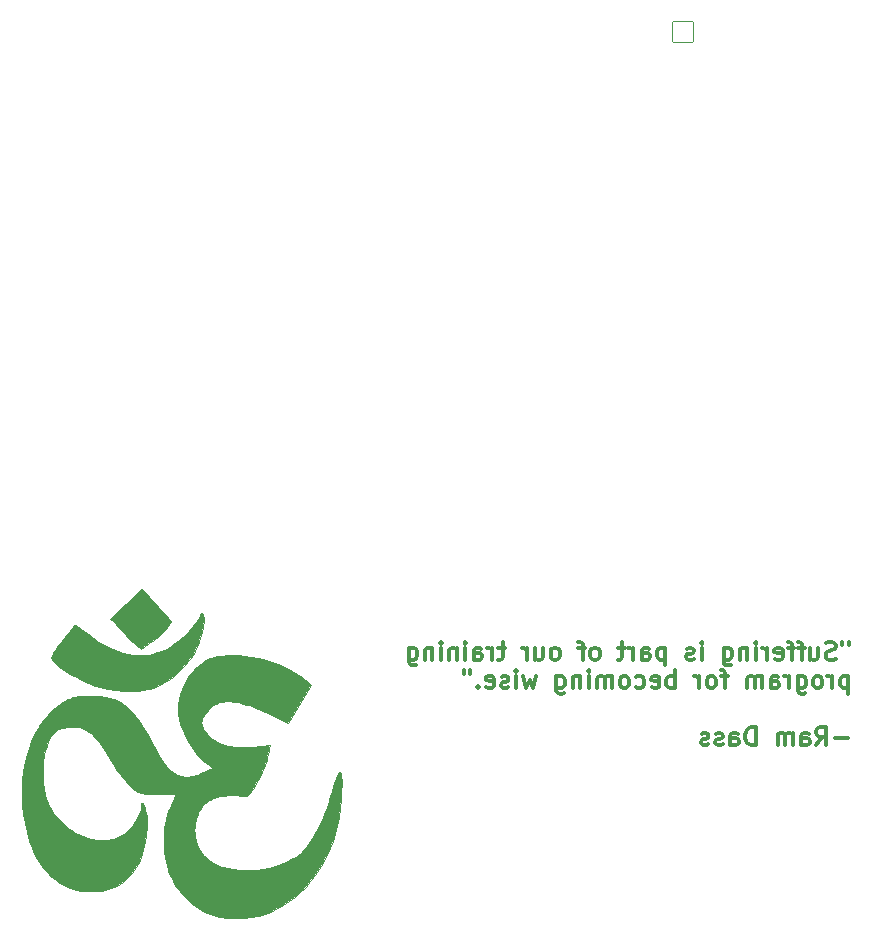
<source format=gbr>
G04 #@! TF.GenerationSoftware,KiCad,Pcbnew,(6.0.0-0)*
G04 #@! TF.CreationDate,2022-02-13T11:36:39-06:00*
G04 #@! TF.ProjectId,cockamamie,636f636b-616d-4616-9d69-652e6b696361,v1.0.0*
G04 #@! TF.SameCoordinates,Original*
G04 #@! TF.FileFunction,Legend,Bot*
G04 #@! TF.FilePolarity,Positive*
%FSLAX46Y46*%
G04 Gerber Fmt 4.6, Leading zero omitted, Abs format (unit mm)*
G04 Created by KiCad (PCBNEW (6.0.0-0)) date 2022-02-13 11:36:39*
%MOMM*%
%LPD*%
G01*
G04 APERTURE LIST*
G04 Aperture macros list*
%AMRoundRect*
0 Rectangle with rounded corners*
0 $1 Rounding radius*
0 $2 $3 $4 $5 $6 $7 $8 $9 X,Y pos of 4 corners*
0 Add a 4 corners polygon primitive as box body*
4,1,4,$2,$3,$4,$5,$6,$7,$8,$9,$2,$3,0*
0 Add four circle primitives for the rounded corners*
1,1,$1+$1,$2,$3*
1,1,$1+$1,$4,$5*
1,1,$1+$1,$6,$7*
1,1,$1+$1,$8,$9*
0 Add four rect primitives between the rounded corners*
20,1,$1+$1,$2,$3,$4,$5,0*
20,1,$1+$1,$4,$5,$6,$7,0*
20,1,$1+$1,$6,$7,$8,$9,0*
20,1,$1+$1,$8,$9,$2,$3,0*%
G04 Aperture macros list end*
%ADD10C,0.300000*%
%ADD11C,0.079374*%
%ADD12R,1.752600X1.752600*%
%ADD13C,1.752600*%
%ADD14C,1.801800*%
%ADD15C,3.529000*%
%ADD16C,2.132000*%
%ADD17C,1.600000*%
%ADD18O,2.300000X1.700000*%
%ADD19RoundRect,0.050000X-0.876300X0.876300X-0.876300X-0.876300X0.876300X-0.876300X0.876300X0.876300X0*%
%ADD20C,1.852600*%
G04 APERTURE END LIST*
D10*
X251519285Y-161556071D02*
X251519285Y-161841785D01*
X250947857Y-161556071D02*
X250947857Y-161841785D01*
X250376428Y-162984642D02*
X250162142Y-163056071D01*
X249805000Y-163056071D01*
X249662142Y-162984642D01*
X249590714Y-162913214D01*
X249519285Y-162770357D01*
X249519285Y-162627500D01*
X249590714Y-162484642D01*
X249662142Y-162413214D01*
X249805000Y-162341785D01*
X250090714Y-162270357D01*
X250233571Y-162198928D01*
X250305000Y-162127500D01*
X250376428Y-161984642D01*
X250376428Y-161841785D01*
X250305000Y-161698928D01*
X250233571Y-161627500D01*
X250090714Y-161556071D01*
X249733571Y-161556071D01*
X249519285Y-161627500D01*
X248233571Y-162056071D02*
X248233571Y-163056071D01*
X248876428Y-162056071D02*
X248876428Y-162841785D01*
X248805000Y-162984642D01*
X248662142Y-163056071D01*
X248447857Y-163056071D01*
X248305000Y-162984642D01*
X248233571Y-162913214D01*
X247733571Y-162056071D02*
X247162142Y-162056071D01*
X247519285Y-163056071D02*
X247519285Y-161770357D01*
X247447857Y-161627500D01*
X247305000Y-161556071D01*
X247162142Y-161556071D01*
X246876428Y-162056071D02*
X246305000Y-162056071D01*
X246662142Y-163056071D02*
X246662142Y-161770357D01*
X246590714Y-161627500D01*
X246447857Y-161556071D01*
X246305000Y-161556071D01*
X245233571Y-162984642D02*
X245376428Y-163056071D01*
X245662142Y-163056071D01*
X245805000Y-162984642D01*
X245876428Y-162841785D01*
X245876428Y-162270357D01*
X245805000Y-162127500D01*
X245662142Y-162056071D01*
X245376428Y-162056071D01*
X245233571Y-162127500D01*
X245162142Y-162270357D01*
X245162142Y-162413214D01*
X245876428Y-162556071D01*
X244519285Y-163056071D02*
X244519285Y-162056071D01*
X244519285Y-162341785D02*
X244447857Y-162198928D01*
X244376428Y-162127500D01*
X244233571Y-162056071D01*
X244090714Y-162056071D01*
X243590714Y-163056071D02*
X243590714Y-162056071D01*
X243590714Y-161556071D02*
X243662142Y-161627500D01*
X243590714Y-161698928D01*
X243519285Y-161627500D01*
X243590714Y-161556071D01*
X243590714Y-161698928D01*
X242876428Y-162056071D02*
X242876428Y-163056071D01*
X242876428Y-162198928D02*
X242805000Y-162127500D01*
X242662142Y-162056071D01*
X242447857Y-162056071D01*
X242305000Y-162127500D01*
X242233571Y-162270357D01*
X242233571Y-163056071D01*
X240876428Y-162056071D02*
X240876428Y-163270357D01*
X240947857Y-163413214D01*
X241019285Y-163484642D01*
X241162142Y-163556071D01*
X241376428Y-163556071D01*
X241519285Y-163484642D01*
X240876428Y-162984642D02*
X241019285Y-163056071D01*
X241305000Y-163056071D01*
X241447857Y-162984642D01*
X241519285Y-162913214D01*
X241590714Y-162770357D01*
X241590714Y-162341785D01*
X241519285Y-162198928D01*
X241447857Y-162127500D01*
X241305000Y-162056071D01*
X241019285Y-162056071D01*
X240876428Y-162127500D01*
X239019285Y-163056071D02*
X239019285Y-162056071D01*
X239019285Y-161556071D02*
X239090714Y-161627500D01*
X239019285Y-161698928D01*
X238947857Y-161627500D01*
X239019285Y-161556071D01*
X239019285Y-161698928D01*
X238376428Y-162984642D02*
X238233571Y-163056071D01*
X237947857Y-163056071D01*
X237805000Y-162984642D01*
X237733571Y-162841785D01*
X237733571Y-162770357D01*
X237805000Y-162627500D01*
X237947857Y-162556071D01*
X238162142Y-162556071D01*
X238305000Y-162484642D01*
X238376428Y-162341785D01*
X238376428Y-162270357D01*
X238305000Y-162127500D01*
X238162142Y-162056071D01*
X237947857Y-162056071D01*
X237805000Y-162127500D01*
X235947857Y-162056071D02*
X235947857Y-163556071D01*
X235947857Y-162127500D02*
X235805000Y-162056071D01*
X235519285Y-162056071D01*
X235376428Y-162127500D01*
X235305000Y-162198928D01*
X235233571Y-162341785D01*
X235233571Y-162770357D01*
X235305000Y-162913214D01*
X235376428Y-162984642D01*
X235519285Y-163056071D01*
X235805000Y-163056071D01*
X235947857Y-162984642D01*
X233947857Y-163056071D02*
X233947857Y-162270357D01*
X234019285Y-162127500D01*
X234162142Y-162056071D01*
X234447857Y-162056071D01*
X234590714Y-162127500D01*
X233947857Y-162984642D02*
X234090714Y-163056071D01*
X234447857Y-163056071D01*
X234590714Y-162984642D01*
X234662142Y-162841785D01*
X234662142Y-162698928D01*
X234590714Y-162556071D01*
X234447857Y-162484642D01*
X234090714Y-162484642D01*
X233947857Y-162413214D01*
X233233571Y-163056071D02*
X233233571Y-162056071D01*
X233233571Y-162341785D02*
X233162142Y-162198928D01*
X233090714Y-162127500D01*
X232947857Y-162056071D01*
X232805000Y-162056071D01*
X232519285Y-162056071D02*
X231947857Y-162056071D01*
X232305000Y-161556071D02*
X232305000Y-162841785D01*
X232233571Y-162984642D01*
X232090714Y-163056071D01*
X231947857Y-163056071D01*
X230090714Y-163056071D02*
X230233571Y-162984642D01*
X230305000Y-162913214D01*
X230376428Y-162770357D01*
X230376428Y-162341785D01*
X230305000Y-162198928D01*
X230233571Y-162127500D01*
X230090714Y-162056071D01*
X229876428Y-162056071D01*
X229733571Y-162127500D01*
X229662142Y-162198928D01*
X229590714Y-162341785D01*
X229590714Y-162770357D01*
X229662142Y-162913214D01*
X229733571Y-162984642D01*
X229876428Y-163056071D01*
X230090714Y-163056071D01*
X229162142Y-162056071D02*
X228590714Y-162056071D01*
X228947857Y-163056071D02*
X228947857Y-161770357D01*
X228876428Y-161627500D01*
X228733571Y-161556071D01*
X228590714Y-161556071D01*
X226733571Y-163056071D02*
X226876428Y-162984642D01*
X226947857Y-162913214D01*
X227019285Y-162770357D01*
X227019285Y-162341785D01*
X226947857Y-162198928D01*
X226876428Y-162127500D01*
X226733571Y-162056071D01*
X226519285Y-162056071D01*
X226376428Y-162127500D01*
X226305000Y-162198928D01*
X226233571Y-162341785D01*
X226233571Y-162770357D01*
X226305000Y-162913214D01*
X226376428Y-162984642D01*
X226519285Y-163056071D01*
X226733571Y-163056071D01*
X224947857Y-162056071D02*
X224947857Y-163056071D01*
X225590714Y-162056071D02*
X225590714Y-162841785D01*
X225519285Y-162984642D01*
X225376428Y-163056071D01*
X225162142Y-163056071D01*
X225019285Y-162984642D01*
X224947857Y-162913214D01*
X224233571Y-163056071D02*
X224233571Y-162056071D01*
X224233571Y-162341785D02*
X224162142Y-162198928D01*
X224090714Y-162127500D01*
X223947857Y-162056071D01*
X223805000Y-162056071D01*
X222376428Y-162056071D02*
X221805000Y-162056071D01*
X222162142Y-161556071D02*
X222162142Y-162841785D01*
X222090714Y-162984642D01*
X221947857Y-163056071D01*
X221805000Y-163056071D01*
X221305000Y-163056071D02*
X221305000Y-162056071D01*
X221305000Y-162341785D02*
X221233571Y-162198928D01*
X221162142Y-162127500D01*
X221019285Y-162056071D01*
X220876428Y-162056071D01*
X219733571Y-163056071D02*
X219733571Y-162270357D01*
X219805000Y-162127500D01*
X219947857Y-162056071D01*
X220233571Y-162056071D01*
X220376428Y-162127500D01*
X219733571Y-162984642D02*
X219876428Y-163056071D01*
X220233571Y-163056071D01*
X220376428Y-162984642D01*
X220447857Y-162841785D01*
X220447857Y-162698928D01*
X220376428Y-162556071D01*
X220233571Y-162484642D01*
X219876428Y-162484642D01*
X219733571Y-162413214D01*
X219019285Y-163056071D02*
X219019285Y-162056071D01*
X219019285Y-161556071D02*
X219090714Y-161627500D01*
X219019285Y-161698928D01*
X218947857Y-161627500D01*
X219019285Y-161556071D01*
X219019285Y-161698928D01*
X218305000Y-162056071D02*
X218305000Y-163056071D01*
X218305000Y-162198928D02*
X218233571Y-162127500D01*
X218090714Y-162056071D01*
X217876428Y-162056071D01*
X217733571Y-162127500D01*
X217662142Y-162270357D01*
X217662142Y-163056071D01*
X216947857Y-163056071D02*
X216947857Y-162056071D01*
X216947857Y-161556071D02*
X217019285Y-161627500D01*
X216947857Y-161698928D01*
X216876428Y-161627500D01*
X216947857Y-161556071D01*
X216947857Y-161698928D01*
X216233571Y-162056071D02*
X216233571Y-163056071D01*
X216233571Y-162198928D02*
X216162142Y-162127500D01*
X216019285Y-162056071D01*
X215805000Y-162056071D01*
X215662142Y-162127500D01*
X215590714Y-162270357D01*
X215590714Y-163056071D01*
X214233571Y-162056071D02*
X214233571Y-163270357D01*
X214305000Y-163413214D01*
X214376428Y-163484642D01*
X214519285Y-163556071D01*
X214733571Y-163556071D01*
X214876428Y-163484642D01*
X214233571Y-162984642D02*
X214376428Y-163056071D01*
X214662142Y-163056071D01*
X214805000Y-162984642D01*
X214876428Y-162913214D01*
X214947857Y-162770357D01*
X214947857Y-162341785D01*
X214876428Y-162198928D01*
X214805000Y-162127500D01*
X214662142Y-162056071D01*
X214376428Y-162056071D01*
X214233571Y-162127500D01*
X251447857Y-164471071D02*
X251447857Y-165971071D01*
X251447857Y-164542500D02*
X251305000Y-164471071D01*
X251019285Y-164471071D01*
X250876428Y-164542500D01*
X250805000Y-164613928D01*
X250733571Y-164756785D01*
X250733571Y-165185357D01*
X250805000Y-165328214D01*
X250876428Y-165399642D01*
X251019285Y-165471071D01*
X251305000Y-165471071D01*
X251447857Y-165399642D01*
X250090714Y-165471071D02*
X250090714Y-164471071D01*
X250090714Y-164756785D02*
X250019285Y-164613928D01*
X249947857Y-164542500D01*
X249805000Y-164471071D01*
X249662142Y-164471071D01*
X248947857Y-165471071D02*
X249090714Y-165399642D01*
X249162142Y-165328214D01*
X249233571Y-165185357D01*
X249233571Y-164756785D01*
X249162142Y-164613928D01*
X249090714Y-164542500D01*
X248947857Y-164471071D01*
X248733571Y-164471071D01*
X248590714Y-164542500D01*
X248519285Y-164613928D01*
X248447857Y-164756785D01*
X248447857Y-165185357D01*
X248519285Y-165328214D01*
X248590714Y-165399642D01*
X248733571Y-165471071D01*
X248947857Y-165471071D01*
X247162142Y-164471071D02*
X247162142Y-165685357D01*
X247233571Y-165828214D01*
X247304999Y-165899642D01*
X247447857Y-165971071D01*
X247662142Y-165971071D01*
X247804999Y-165899642D01*
X247162142Y-165399642D02*
X247304999Y-165471071D01*
X247590714Y-165471071D01*
X247733571Y-165399642D01*
X247804999Y-165328214D01*
X247876428Y-165185357D01*
X247876428Y-164756785D01*
X247804999Y-164613928D01*
X247733571Y-164542500D01*
X247590714Y-164471071D01*
X247304999Y-164471071D01*
X247162142Y-164542500D01*
X246447857Y-165471071D02*
X246447857Y-164471071D01*
X246447857Y-164756785D02*
X246376428Y-164613928D01*
X246304999Y-164542500D01*
X246162142Y-164471071D01*
X246019285Y-164471071D01*
X244876428Y-165471071D02*
X244876428Y-164685357D01*
X244947857Y-164542500D01*
X245090714Y-164471071D01*
X245376428Y-164471071D01*
X245519285Y-164542500D01*
X244876428Y-165399642D02*
X245019285Y-165471071D01*
X245376428Y-165471071D01*
X245519285Y-165399642D01*
X245590714Y-165256785D01*
X245590714Y-165113928D01*
X245519285Y-164971071D01*
X245376428Y-164899642D01*
X245019285Y-164899642D01*
X244876428Y-164828214D01*
X244162142Y-165471071D02*
X244162142Y-164471071D01*
X244162142Y-164613928D02*
X244090714Y-164542500D01*
X243947857Y-164471071D01*
X243733571Y-164471071D01*
X243590714Y-164542500D01*
X243519285Y-164685357D01*
X243519285Y-165471071D01*
X243519285Y-164685357D02*
X243447857Y-164542500D01*
X243304999Y-164471071D01*
X243090714Y-164471071D01*
X242947857Y-164542500D01*
X242876428Y-164685357D01*
X242876428Y-165471071D01*
X241233571Y-164471071D02*
X240662142Y-164471071D01*
X241019285Y-165471071D02*
X241019285Y-164185357D01*
X240947857Y-164042500D01*
X240804999Y-163971071D01*
X240662142Y-163971071D01*
X239947857Y-165471071D02*
X240090714Y-165399642D01*
X240162142Y-165328214D01*
X240233571Y-165185357D01*
X240233571Y-164756785D01*
X240162142Y-164613928D01*
X240090714Y-164542500D01*
X239947857Y-164471071D01*
X239733571Y-164471071D01*
X239590714Y-164542500D01*
X239519285Y-164613928D01*
X239447857Y-164756785D01*
X239447857Y-165185357D01*
X239519285Y-165328214D01*
X239590714Y-165399642D01*
X239733571Y-165471071D01*
X239947857Y-165471071D01*
X238804999Y-165471071D02*
X238804999Y-164471071D01*
X238804999Y-164756785D02*
X238733571Y-164613928D01*
X238662142Y-164542500D01*
X238519285Y-164471071D01*
X238376428Y-164471071D01*
X236733571Y-165471071D02*
X236733571Y-163971071D01*
X236733571Y-164542500D02*
X236590714Y-164471071D01*
X236304999Y-164471071D01*
X236162142Y-164542500D01*
X236090714Y-164613928D01*
X236019285Y-164756785D01*
X236019285Y-165185357D01*
X236090714Y-165328214D01*
X236162142Y-165399642D01*
X236304999Y-165471071D01*
X236590714Y-165471071D01*
X236733571Y-165399642D01*
X234804999Y-165399642D02*
X234947857Y-165471071D01*
X235233571Y-165471071D01*
X235376428Y-165399642D01*
X235447857Y-165256785D01*
X235447857Y-164685357D01*
X235376428Y-164542500D01*
X235233571Y-164471071D01*
X234947857Y-164471071D01*
X234804999Y-164542500D01*
X234733571Y-164685357D01*
X234733571Y-164828214D01*
X235447857Y-164971071D01*
X233447857Y-165399642D02*
X233590714Y-165471071D01*
X233876428Y-165471071D01*
X234019285Y-165399642D01*
X234090714Y-165328214D01*
X234162142Y-165185357D01*
X234162142Y-164756785D01*
X234090714Y-164613928D01*
X234019285Y-164542500D01*
X233876428Y-164471071D01*
X233590714Y-164471071D01*
X233447857Y-164542500D01*
X232590714Y-165471071D02*
X232733571Y-165399642D01*
X232804999Y-165328214D01*
X232876428Y-165185357D01*
X232876428Y-164756785D01*
X232804999Y-164613928D01*
X232733571Y-164542500D01*
X232590714Y-164471071D01*
X232376428Y-164471071D01*
X232233571Y-164542500D01*
X232162142Y-164613928D01*
X232090714Y-164756785D01*
X232090714Y-165185357D01*
X232162142Y-165328214D01*
X232233571Y-165399642D01*
X232376428Y-165471071D01*
X232590714Y-165471071D01*
X231447857Y-165471071D02*
X231447857Y-164471071D01*
X231447857Y-164613928D02*
X231376428Y-164542500D01*
X231233571Y-164471071D01*
X231019285Y-164471071D01*
X230876428Y-164542500D01*
X230804999Y-164685357D01*
X230804999Y-165471071D01*
X230804999Y-164685357D02*
X230733571Y-164542500D01*
X230590714Y-164471071D01*
X230376428Y-164471071D01*
X230233571Y-164542500D01*
X230162142Y-164685357D01*
X230162142Y-165471071D01*
X229447857Y-165471071D02*
X229447857Y-164471071D01*
X229447857Y-163971071D02*
X229519285Y-164042500D01*
X229447857Y-164113928D01*
X229376428Y-164042500D01*
X229447857Y-163971071D01*
X229447857Y-164113928D01*
X228733571Y-164471071D02*
X228733571Y-165471071D01*
X228733571Y-164613928D02*
X228662142Y-164542500D01*
X228519285Y-164471071D01*
X228304999Y-164471071D01*
X228162142Y-164542500D01*
X228090714Y-164685357D01*
X228090714Y-165471071D01*
X226733571Y-164471071D02*
X226733571Y-165685357D01*
X226804999Y-165828214D01*
X226876428Y-165899642D01*
X227019285Y-165971071D01*
X227233571Y-165971071D01*
X227376428Y-165899642D01*
X226733571Y-165399642D02*
X226876428Y-165471071D01*
X227162142Y-165471071D01*
X227304999Y-165399642D01*
X227376428Y-165328214D01*
X227447857Y-165185357D01*
X227447857Y-164756785D01*
X227376428Y-164613928D01*
X227304999Y-164542500D01*
X227162142Y-164471071D01*
X226876428Y-164471071D01*
X226733571Y-164542500D01*
X225019285Y-164471071D02*
X224733571Y-165471071D01*
X224447857Y-164756785D01*
X224162142Y-165471071D01*
X223876428Y-164471071D01*
X223304999Y-165471071D02*
X223304999Y-164471071D01*
X223304999Y-163971071D02*
X223376428Y-164042500D01*
X223304999Y-164113928D01*
X223233571Y-164042500D01*
X223304999Y-163971071D01*
X223304999Y-164113928D01*
X222662142Y-165399642D02*
X222519285Y-165471071D01*
X222233571Y-165471071D01*
X222090714Y-165399642D01*
X222019285Y-165256785D01*
X222019285Y-165185357D01*
X222090714Y-165042500D01*
X222233571Y-164971071D01*
X222447857Y-164971071D01*
X222590714Y-164899642D01*
X222662142Y-164756785D01*
X222662142Y-164685357D01*
X222590714Y-164542500D01*
X222447857Y-164471071D01*
X222233571Y-164471071D01*
X222090714Y-164542500D01*
X220804999Y-165399642D02*
X220947857Y-165471071D01*
X221233571Y-165471071D01*
X221376428Y-165399642D01*
X221447857Y-165256785D01*
X221447857Y-164685357D01*
X221376428Y-164542500D01*
X221233571Y-164471071D01*
X220947857Y-164471071D01*
X220804999Y-164542500D01*
X220733571Y-164685357D01*
X220733571Y-164828214D01*
X221447857Y-164971071D01*
X220090714Y-165328214D02*
X220019285Y-165399642D01*
X220090714Y-165471071D01*
X220162142Y-165399642D01*
X220090714Y-165328214D01*
X220090714Y-165471071D01*
X219447857Y-163971071D02*
X219447857Y-164256785D01*
X218876428Y-163971071D02*
X218876428Y-164256785D01*
X251447857Y-169729642D02*
X250305000Y-169729642D01*
X248733571Y-170301071D02*
X249233571Y-169586785D01*
X249590714Y-170301071D02*
X249590714Y-168801071D01*
X249019285Y-168801071D01*
X248876428Y-168872500D01*
X248805000Y-168943928D01*
X248733571Y-169086785D01*
X248733571Y-169301071D01*
X248805000Y-169443928D01*
X248876428Y-169515357D01*
X249019285Y-169586785D01*
X249590714Y-169586785D01*
X247447857Y-170301071D02*
X247447857Y-169515357D01*
X247519285Y-169372500D01*
X247662142Y-169301071D01*
X247947857Y-169301071D01*
X248090714Y-169372500D01*
X247447857Y-170229642D02*
X247590714Y-170301071D01*
X247947857Y-170301071D01*
X248090714Y-170229642D01*
X248162142Y-170086785D01*
X248162142Y-169943928D01*
X248090714Y-169801071D01*
X247947857Y-169729642D01*
X247590714Y-169729642D01*
X247447857Y-169658214D01*
X246733571Y-170301071D02*
X246733571Y-169301071D01*
X246733571Y-169443928D02*
X246662142Y-169372500D01*
X246519285Y-169301071D01*
X246305000Y-169301071D01*
X246162142Y-169372500D01*
X246090714Y-169515357D01*
X246090714Y-170301071D01*
X246090714Y-169515357D02*
X246019285Y-169372500D01*
X245876428Y-169301071D01*
X245662142Y-169301071D01*
X245519285Y-169372500D01*
X245447857Y-169515357D01*
X245447857Y-170301071D01*
X243590714Y-170301071D02*
X243590714Y-168801071D01*
X243233571Y-168801071D01*
X243019285Y-168872500D01*
X242876428Y-169015357D01*
X242805000Y-169158214D01*
X242733571Y-169443928D01*
X242733571Y-169658214D01*
X242805000Y-169943928D01*
X242876428Y-170086785D01*
X243019285Y-170229642D01*
X243233571Y-170301071D01*
X243590714Y-170301071D01*
X241447857Y-170301071D02*
X241447857Y-169515357D01*
X241519285Y-169372500D01*
X241662142Y-169301071D01*
X241947857Y-169301071D01*
X242090714Y-169372500D01*
X241447857Y-170229642D02*
X241590714Y-170301071D01*
X241947857Y-170301071D01*
X242090714Y-170229642D01*
X242162142Y-170086785D01*
X242162142Y-169943928D01*
X242090714Y-169801071D01*
X241947857Y-169729642D01*
X241590714Y-169729642D01*
X241447857Y-169658214D01*
X240805000Y-170229642D02*
X240662142Y-170301071D01*
X240376428Y-170301071D01*
X240233571Y-170229642D01*
X240162142Y-170086785D01*
X240162142Y-170015357D01*
X240233571Y-169872500D01*
X240376428Y-169801071D01*
X240590714Y-169801071D01*
X240733571Y-169729642D01*
X240805000Y-169586785D01*
X240805000Y-169515357D01*
X240733571Y-169372500D01*
X240590714Y-169301071D01*
X240376428Y-169301071D01*
X240233571Y-169372500D01*
X239590714Y-170229642D02*
X239447857Y-170301071D01*
X239162142Y-170301071D01*
X239019285Y-170229642D01*
X238947857Y-170086785D01*
X238947857Y-170015357D01*
X239019285Y-169872500D01*
X239162142Y-169801071D01*
X239376428Y-169801071D01*
X239519285Y-169729642D01*
X239590714Y-169586785D01*
X239590714Y-169515357D01*
X239519285Y-169372500D01*
X239376428Y-169301071D01*
X239162142Y-169301071D01*
X239019285Y-169372500D01*
D11*
X201985168Y-184621263D02*
X202270371Y-184513698D01*
X202270371Y-184513698D02*
X202550557Y-184396683D01*
X202550557Y-184396683D02*
X203095507Y-184134758D01*
X203095507Y-184134758D02*
X203619277Y-183836394D01*
X203619277Y-183836394D02*
X204121127Y-183502500D01*
X204121127Y-183502500D02*
X204600316Y-183133980D01*
X204600316Y-183133980D02*
X205056105Y-182731742D01*
X205056105Y-182731742D02*
X205487752Y-182296692D01*
X205487752Y-182296692D02*
X205894518Y-181829738D01*
X205894518Y-181829738D02*
X206275662Y-181331786D01*
X206275662Y-181331786D02*
X206630443Y-180803742D01*
X206630443Y-180803742D02*
X206958122Y-180246513D01*
X206958122Y-180246513D02*
X207257958Y-179661006D01*
X207257958Y-179661006D02*
X207529211Y-179048128D01*
X207529211Y-179048128D02*
X207771139Y-178408786D01*
X207771139Y-178408786D02*
X207983004Y-177743885D01*
X207983004Y-177743885D02*
X208164064Y-177054333D01*
X208164064Y-177054333D02*
X208235730Y-176723884D01*
X208235730Y-176723884D02*
X208300434Y-176373202D01*
X208300434Y-176373202D02*
X208408032Y-175634071D01*
X208408032Y-175634071D02*
X208485007Y-174882809D01*
X208485007Y-174882809D02*
X208529508Y-174165283D01*
X208529508Y-174165283D02*
X208539682Y-173527362D01*
X208539682Y-173527362D02*
X208531319Y-173252588D01*
X208531319Y-173252588D02*
X208513681Y-173014915D01*
X208513681Y-173014915D02*
X208486536Y-172820078D01*
X208486536Y-172820078D02*
X208449652Y-172673810D01*
X208449652Y-172673810D02*
X208402799Y-172581845D01*
X208402799Y-172581845D02*
X208375561Y-172558017D01*
X208375561Y-172558017D02*
X208345745Y-172549916D01*
X208345745Y-172549916D02*
X208334874Y-172552153D01*
X208334874Y-172552153D02*
X208322966Y-172558793D01*
X208322966Y-172558793D02*
X208310062Y-172569725D01*
X208310062Y-172569725D02*
X208296204Y-172584839D01*
X208296204Y-172584839D02*
X208281435Y-172604027D01*
X208281435Y-172604027D02*
X208265796Y-172627178D01*
X208265796Y-172627178D02*
X208232075Y-172684932D01*
X208232075Y-172684932D02*
X208195379Y-172757223D01*
X208195379Y-172757223D02*
X208156043Y-172843175D01*
X208156043Y-172843175D02*
X208114401Y-172941910D01*
X208114401Y-172941910D02*
X208070790Y-173052551D01*
X208070790Y-173052551D02*
X208025545Y-173174220D01*
X208025545Y-173174220D02*
X207979002Y-173306041D01*
X207979002Y-173306041D02*
X207931496Y-173447136D01*
X207931496Y-173447136D02*
X207883363Y-173596627D01*
X207883363Y-173596627D02*
X207834938Y-173753638D01*
X207834938Y-173753638D02*
X207786557Y-173917291D01*
X207786557Y-173917291D02*
X207738555Y-174086710D01*
X207738555Y-174086710D02*
X207691268Y-174261016D01*
X207691268Y-174261016D02*
X207584399Y-174645492D01*
X207584399Y-174645492D02*
X207469105Y-175025819D01*
X207469105Y-175025819D02*
X207345997Y-175400727D01*
X207345997Y-175400727D02*
X207215686Y-175768946D01*
X207215686Y-175768946D02*
X207078783Y-176129205D01*
X207078783Y-176129205D02*
X206935900Y-176480235D01*
X206935900Y-176480235D02*
X206787648Y-176820764D01*
X206787648Y-176820764D02*
X206634638Y-177149524D01*
X206634638Y-177149524D02*
X206477482Y-177465243D01*
X206477482Y-177465243D02*
X206316791Y-177766653D01*
X206316791Y-177766653D02*
X206153176Y-178052481D01*
X206153176Y-178052481D02*
X205987248Y-178321460D01*
X205987248Y-178321460D02*
X205819619Y-178572317D01*
X205819619Y-178572317D02*
X205650899Y-178803783D01*
X205650899Y-178803783D02*
X205481701Y-179014589D01*
X205481701Y-179014589D02*
X205312636Y-179203463D01*
X205312636Y-179203463D02*
X205166095Y-179348043D01*
X205166095Y-179348043D02*
X205007306Y-179486904D01*
X205007306Y-179486904D02*
X204836960Y-179619931D01*
X204836960Y-179619931D02*
X204655751Y-179747007D01*
X204655751Y-179747007D02*
X204263505Y-179982852D01*
X204263505Y-179982852D02*
X203836103Y-180193519D01*
X203836103Y-180193519D02*
X203379080Y-180378086D01*
X203379080Y-180378086D02*
X202897968Y-180535635D01*
X202897968Y-180535635D02*
X202398304Y-180665245D01*
X202398304Y-180665245D02*
X201885620Y-180765995D01*
X201885620Y-180765995D02*
X201365451Y-180836967D01*
X201365451Y-180836967D02*
X200843332Y-180877239D01*
X200843332Y-180877239D02*
X200324796Y-180885891D01*
X200324796Y-180885891D02*
X199815378Y-180862004D01*
X199815378Y-180862004D02*
X199320613Y-180804657D01*
X199320613Y-180804657D02*
X198846033Y-180712929D01*
X198846033Y-180712929D02*
X198618043Y-180653886D01*
X198618043Y-180653886D02*
X198397175Y-180585902D01*
X198397175Y-180585902D02*
X198184120Y-180508863D01*
X198184120Y-180508863D02*
X197979571Y-180422654D01*
X197979571Y-180422654D02*
X197826633Y-180348887D01*
X197826633Y-180348887D02*
X197679561Y-180269230D01*
X197679561Y-180269230D02*
X197538428Y-180183883D01*
X197538428Y-180183883D02*
X197403311Y-180093045D01*
X197403311Y-180093045D02*
X197274283Y-179996915D01*
X197274283Y-179996915D02*
X197151420Y-179895693D01*
X197151420Y-179895693D02*
X197034796Y-179789577D01*
X197034796Y-179789577D02*
X196924487Y-179678767D01*
X196924487Y-179678767D02*
X196820567Y-179563462D01*
X196820567Y-179563462D02*
X196723111Y-179443861D01*
X196723111Y-179443861D02*
X196632193Y-179320164D01*
X196632193Y-179320164D02*
X196547890Y-179192569D01*
X196547890Y-179192569D02*
X196470275Y-179061275D01*
X196470275Y-179061275D02*
X196399424Y-178926482D01*
X196399424Y-178926482D02*
X196335410Y-178788389D01*
X196335410Y-178788389D02*
X196278310Y-178647196D01*
X196278310Y-178647196D02*
X196228198Y-178503100D01*
X196228198Y-178503100D02*
X196185149Y-178356302D01*
X196185149Y-178356302D02*
X196149237Y-178207000D01*
X196149237Y-178207000D02*
X196120538Y-178055395D01*
X196120538Y-178055395D02*
X196099126Y-177901684D01*
X196099126Y-177901684D02*
X196085076Y-177746067D01*
X196085076Y-177746067D02*
X196078464Y-177588744D01*
X196078464Y-177588744D02*
X196079363Y-177429913D01*
X196079363Y-177429913D02*
X196087849Y-177269773D01*
X196087849Y-177269773D02*
X196103996Y-177108525D01*
X196103996Y-177108525D02*
X196127880Y-176946366D01*
X196127880Y-176946366D02*
X196159575Y-176783497D01*
X196159575Y-176783497D02*
X196199157Y-176620115D01*
X196199157Y-176620115D02*
X196246699Y-176456422D01*
X196246699Y-176456422D02*
X196302277Y-176292614D01*
X196302277Y-176292614D02*
X196365966Y-176128893D01*
X196365966Y-176128893D02*
X196420423Y-176005090D01*
X196420423Y-176005090D02*
X196479103Y-175886521D01*
X196479103Y-175886521D02*
X196542075Y-175773162D01*
X196542075Y-175773162D02*
X196609412Y-175664988D01*
X196609412Y-175664988D02*
X196681182Y-175561973D01*
X196681182Y-175561973D02*
X196757456Y-175464092D01*
X196757456Y-175464092D02*
X196838306Y-175371320D01*
X196838306Y-175371320D02*
X196923800Y-175283633D01*
X196923800Y-175283633D02*
X197014010Y-175201004D01*
X197014010Y-175201004D02*
X197109007Y-175123410D01*
X197109007Y-175123410D02*
X197208859Y-175050825D01*
X197208859Y-175050825D02*
X197313639Y-174983223D01*
X197313639Y-174983223D02*
X197423416Y-174920581D01*
X197423416Y-174920581D02*
X197538261Y-174862872D01*
X197538261Y-174862872D02*
X197658243Y-174810072D01*
X197658243Y-174810072D02*
X197783435Y-174762156D01*
X197783435Y-174762156D02*
X197913905Y-174719099D01*
X197913905Y-174719099D02*
X198049725Y-174680875D01*
X198049725Y-174680875D02*
X198190965Y-174647459D01*
X198190965Y-174647459D02*
X198337695Y-174618828D01*
X198337695Y-174618828D02*
X198489986Y-174594954D01*
X198489986Y-174594954D02*
X198647907Y-174575814D01*
X198647907Y-174575814D02*
X198811531Y-174561382D01*
X198811531Y-174561382D02*
X198980926Y-174551634D01*
X198980926Y-174551634D02*
X199156164Y-174546543D01*
X199156164Y-174546543D02*
X199337314Y-174546086D01*
X199337314Y-174546086D02*
X199524448Y-174550237D01*
X199524448Y-174550237D02*
X199717636Y-174558971D01*
X199717636Y-174558971D02*
X199916947Y-174572262D01*
X199916947Y-174572262D02*
X200122453Y-174590087D01*
X200122453Y-174590087D02*
X200334224Y-174612420D01*
X200334224Y-174612420D02*
X200552331Y-174639235D01*
X200552331Y-174639235D02*
X200615392Y-174566924D01*
X200615392Y-174566924D02*
X200688873Y-174477302D01*
X200688873Y-174477302D02*
X200785571Y-174352718D01*
X200785571Y-174352718D02*
X200901922Y-174193683D01*
X200901922Y-174193683D02*
X201034364Y-174000707D01*
X201034364Y-174000707D02*
X201179333Y-173774303D01*
X201179333Y-173774303D02*
X201333266Y-173514982D01*
X201333266Y-173514982D02*
X201492600Y-173223256D01*
X201492600Y-173223256D02*
X201573179Y-173065400D01*
X201573179Y-173065400D02*
X201653772Y-172899634D01*
X201653772Y-172899634D02*
X201733934Y-172726022D01*
X201733934Y-172726022D02*
X201813218Y-172544629D01*
X201813218Y-172544629D02*
X201891181Y-172355518D01*
X201891181Y-172355518D02*
X201967377Y-172158752D01*
X201967377Y-172158752D02*
X202041359Y-171954396D01*
X202041359Y-171954396D02*
X202112684Y-171742514D01*
X202112684Y-171742514D02*
X202180904Y-171523170D01*
X202180904Y-171523170D02*
X202245576Y-171296427D01*
X202245576Y-171296427D02*
X202306253Y-171062350D01*
X202306253Y-171062350D02*
X202362491Y-170821002D01*
X202362491Y-170821002D02*
X202413843Y-170572447D01*
X202413843Y-170572447D02*
X202459865Y-170316750D01*
X202459865Y-170316750D02*
X200977063Y-170451205D01*
X200977063Y-170451205D02*
X200647380Y-170475061D01*
X200647380Y-170475061D02*
X200328259Y-170485958D01*
X200328259Y-170485958D02*
X200020011Y-170483989D01*
X200020011Y-170483989D02*
X199722945Y-170469243D01*
X199722945Y-170469243D02*
X199437369Y-170441811D01*
X199437369Y-170441811D02*
X199163594Y-170401784D01*
X199163594Y-170401784D02*
X198901928Y-170349252D01*
X198901928Y-170349252D02*
X198652680Y-170284305D01*
X198652680Y-170284305D02*
X198416159Y-170207034D01*
X198416159Y-170207034D02*
X198192675Y-170117530D01*
X198192675Y-170117530D02*
X197982537Y-170015883D01*
X197982537Y-170015883D02*
X197786054Y-169902184D01*
X197786054Y-169902184D02*
X197603535Y-169776523D01*
X197603535Y-169776523D02*
X197435290Y-169638991D01*
X197435290Y-169638991D02*
X197281627Y-169489678D01*
X197281627Y-169489678D02*
X197142856Y-169328675D01*
X197142856Y-169328675D02*
X197027432Y-169177668D01*
X197027432Y-169177668D02*
X196927822Y-169037153D01*
X196927822Y-169037153D02*
X196844093Y-168905608D01*
X196844093Y-168905608D02*
X196808205Y-168842723D01*
X196808205Y-168842723D02*
X196776312Y-168781508D01*
X196776312Y-168781508D02*
X196748423Y-168721774D01*
X196748423Y-168721774D02*
X196724546Y-168663331D01*
X196724546Y-168663331D02*
X196704689Y-168605986D01*
X196704689Y-168605986D02*
X196688862Y-168549551D01*
X196688862Y-168549551D02*
X196677071Y-168493834D01*
X196677071Y-168493834D02*
X196669327Y-168438646D01*
X196669327Y-168438646D02*
X196665636Y-168383795D01*
X196665636Y-168383795D02*
X196666007Y-168329092D01*
X196666007Y-168329092D02*
X196670450Y-168274345D01*
X196670450Y-168274345D02*
X196678971Y-168219365D01*
X196678971Y-168219365D02*
X196691581Y-168163960D01*
X196691581Y-168163960D02*
X196708286Y-168107941D01*
X196708286Y-168107941D02*
X196729095Y-168051117D01*
X196729095Y-168051117D02*
X196754017Y-167993297D01*
X196754017Y-167993297D02*
X196783060Y-167934292D01*
X196783060Y-167934292D02*
X196816232Y-167873910D01*
X196816232Y-167873910D02*
X196853543Y-167811961D01*
X196853543Y-167811961D02*
X196894999Y-167748254D01*
X196894999Y-167748254D02*
X196990384Y-167614808D01*
X196990384Y-167614808D02*
X197102454Y-167472046D01*
X197102454Y-167472046D02*
X197231276Y-167318446D01*
X197231276Y-167318446D02*
X197332775Y-167207861D01*
X197332775Y-167207861D02*
X197439399Y-167106325D01*
X197439399Y-167106325D02*
X197551349Y-167013872D01*
X197551349Y-167013872D02*
X197668827Y-166930534D01*
X197668827Y-166930534D02*
X197792036Y-166856344D01*
X197792036Y-166856344D02*
X197921178Y-166791336D01*
X197921178Y-166791336D02*
X198056453Y-166735542D01*
X198056453Y-166735542D02*
X198198066Y-166688997D01*
X198198066Y-166688997D02*
X198346216Y-166651732D01*
X198346216Y-166651732D02*
X198501107Y-166623781D01*
X198501107Y-166623781D02*
X198662940Y-166605178D01*
X198662940Y-166605178D02*
X198831917Y-166595955D01*
X198831917Y-166595955D02*
X199008240Y-166596145D01*
X199008240Y-166596145D02*
X199192112Y-166605782D01*
X199192112Y-166605782D02*
X199383733Y-166624898D01*
X199383733Y-166624898D02*
X199583307Y-166653528D01*
X199583307Y-166653528D02*
X199791034Y-166691703D01*
X199791034Y-166691703D02*
X200007117Y-166739457D01*
X200007117Y-166739457D02*
X200231758Y-166796824D01*
X200231758Y-166796824D02*
X200465159Y-166863836D01*
X200465159Y-166863836D02*
X200707522Y-166940526D01*
X200707522Y-166940526D02*
X200959048Y-167026928D01*
X200959048Y-167026928D02*
X201490400Y-167228999D01*
X201490400Y-167228999D02*
X202060830Y-167470313D01*
X202060830Y-167470313D02*
X202671954Y-167751136D01*
X202671954Y-167751136D02*
X203325387Y-168071733D01*
X203325387Y-168071733D02*
X204022746Y-168432368D01*
X204022746Y-168432368D02*
X205959888Y-165185134D01*
X205959888Y-165185134D02*
X205147762Y-164565693D01*
X205147762Y-164565693D02*
X204749339Y-164283891D01*
X204749339Y-164283891D02*
X204320219Y-164021254D01*
X204320219Y-164021254D02*
X203864826Y-163778756D01*
X203864826Y-163778756D02*
X203387588Y-163557367D01*
X203387588Y-163557367D02*
X202892929Y-163358060D01*
X202892929Y-163358060D02*
X202385275Y-163181807D01*
X202385275Y-163181807D02*
X201869052Y-163029579D01*
X201869052Y-163029579D02*
X201348686Y-162902348D01*
X201348686Y-162902348D02*
X200828603Y-162801086D01*
X200828603Y-162801086D02*
X200313228Y-162726766D01*
X200313228Y-162726766D02*
X199806987Y-162680359D01*
X199806987Y-162680359D02*
X199314305Y-162662837D01*
X199314305Y-162662837D02*
X198839609Y-162675172D01*
X198839609Y-162675172D02*
X198387324Y-162718336D01*
X198387324Y-162718336D02*
X197961876Y-162793301D01*
X197961876Y-162793301D02*
X197567690Y-162901038D01*
X197567690Y-162901038D02*
X197397420Y-162962906D01*
X197397420Y-162962906D02*
X197230228Y-163034890D01*
X197230228Y-163034890D02*
X197066337Y-163116592D01*
X197066337Y-163116592D02*
X196905969Y-163207617D01*
X196905969Y-163207617D02*
X196749348Y-163307565D01*
X196749348Y-163307565D02*
X196596696Y-163416039D01*
X196596696Y-163416039D02*
X196448235Y-163532643D01*
X196448235Y-163532643D02*
X196304189Y-163656978D01*
X196304189Y-163656978D02*
X196164780Y-163788648D01*
X196164780Y-163788648D02*
X196030230Y-163927255D01*
X196030230Y-163927255D02*
X195900764Y-164072402D01*
X195900764Y-164072402D02*
X195776603Y-164223691D01*
X195776603Y-164223691D02*
X195657969Y-164380725D01*
X195657969Y-164380725D02*
X195545087Y-164543106D01*
X195545087Y-164543106D02*
X195438178Y-164710437D01*
X195438178Y-164710437D02*
X195337465Y-164882321D01*
X195337465Y-164882321D02*
X195243171Y-165058361D01*
X195243171Y-165058361D02*
X195155519Y-165238158D01*
X195155519Y-165238158D02*
X195074731Y-165421316D01*
X195074731Y-165421316D02*
X195001031Y-165607437D01*
X195001031Y-165607437D02*
X194934640Y-165796123D01*
X194934640Y-165796123D02*
X194875781Y-165986979D01*
X194875781Y-165986979D02*
X194824678Y-166179605D01*
X194824678Y-166179605D02*
X194781553Y-166373604D01*
X194781553Y-166373604D02*
X194746629Y-166568580D01*
X194746629Y-166568580D02*
X194720128Y-166764135D01*
X194720128Y-166764135D02*
X194702273Y-166959871D01*
X194702273Y-166959871D02*
X194693287Y-167155392D01*
X194693287Y-167155392D02*
X194693392Y-167350299D01*
X194693392Y-167350299D02*
X194702812Y-167544195D01*
X194702812Y-167544195D02*
X194721769Y-167736683D01*
X194721769Y-167736683D02*
X194750486Y-167927365D01*
X194750486Y-167927365D02*
X194805751Y-168189744D01*
X194805751Y-168189744D02*
X194879412Y-168462142D01*
X194879412Y-168462142D02*
X194969851Y-168741735D01*
X194969851Y-168741735D02*
X195075453Y-169025701D01*
X195075453Y-169025701D02*
X195194603Y-169311217D01*
X195194603Y-169311217D02*
X195325683Y-169595461D01*
X195325683Y-169595461D02*
X195467078Y-169875610D01*
X195467078Y-169875610D02*
X195617173Y-170148841D01*
X195617173Y-170148841D02*
X195774350Y-170412332D01*
X195774350Y-170412332D02*
X195936994Y-170663259D01*
X195936994Y-170663259D02*
X196103489Y-170898800D01*
X196103489Y-170898800D02*
X196272219Y-171116133D01*
X196272219Y-171116133D02*
X196441568Y-171312434D01*
X196441568Y-171312434D02*
X196609920Y-171484881D01*
X196609920Y-171484881D02*
X196775659Y-171630652D01*
X196775659Y-171630652D02*
X196937169Y-171746923D01*
X196937169Y-171746923D02*
X197667822Y-172209539D01*
X197667822Y-172209539D02*
X196658578Y-172664643D01*
X196658578Y-172664643D02*
X196499724Y-172733132D01*
X196499724Y-172733132D02*
X196344625Y-172793537D01*
X196344625Y-172793537D02*
X196193121Y-172845765D01*
X196193121Y-172845765D02*
X196045053Y-172889728D01*
X196045053Y-172889728D02*
X195900260Y-172925335D01*
X195900260Y-172925335D02*
X195758583Y-172952495D01*
X195758583Y-172952495D02*
X195619862Y-172971120D01*
X195619862Y-172971120D02*
X195483938Y-172981118D01*
X195483938Y-172981118D02*
X195350651Y-172982399D01*
X195350651Y-172982399D02*
X195219842Y-172974873D01*
X195219842Y-172974873D02*
X195091350Y-172958451D01*
X195091350Y-172958451D02*
X194965016Y-172933042D01*
X194965016Y-172933042D02*
X194840681Y-172898555D01*
X194840681Y-172898555D02*
X194718184Y-172854902D01*
X194718184Y-172854902D02*
X194597367Y-172801990D01*
X194597367Y-172801990D02*
X194478068Y-172739731D01*
X194478068Y-172739731D02*
X194360130Y-172668034D01*
X194360130Y-172668034D02*
X194243392Y-172586810D01*
X194243392Y-172586810D02*
X194127694Y-172495967D01*
X194127694Y-172495967D02*
X194012877Y-172395416D01*
X194012877Y-172395416D02*
X193898781Y-172285067D01*
X193898781Y-172285067D02*
X193785246Y-172164829D01*
X193785246Y-172164829D02*
X193672113Y-172034612D01*
X193672113Y-172034612D02*
X193559223Y-171894327D01*
X193559223Y-171894327D02*
X193446414Y-171743882D01*
X193446414Y-171743882D02*
X193333529Y-171583189D01*
X193333529Y-171583189D02*
X193106888Y-171230693D01*
X193106888Y-171230693D02*
X192878023Y-170836120D01*
X192878023Y-170836120D02*
X192645655Y-170398747D01*
X192645655Y-170398747D02*
X192327686Y-169792549D01*
X192327686Y-169792549D02*
X192020905Y-169242799D01*
X192020905Y-169242799D02*
X191722241Y-168747100D01*
X191722241Y-168747100D02*
X191428622Y-168303052D01*
X191428622Y-168303052D02*
X191136978Y-167908256D01*
X191136978Y-167908256D02*
X190844239Y-167560314D01*
X190844239Y-167560314D02*
X190696498Y-167403164D01*
X190696498Y-167403164D02*
X190547332Y-167256827D01*
X190547332Y-167256827D02*
X190396357Y-167121005D01*
X190396357Y-167121005D02*
X190243188Y-166995397D01*
X190243188Y-166995397D02*
X190087441Y-166879703D01*
X190087441Y-166879703D02*
X189928734Y-166773623D01*
X189928734Y-166773623D02*
X189766682Y-166676858D01*
X189766682Y-166676858D02*
X189600901Y-166589108D01*
X189600901Y-166589108D02*
X189431008Y-166510073D01*
X189431008Y-166510073D02*
X189256618Y-166439453D01*
X189256618Y-166439453D02*
X189077347Y-166376949D01*
X189077347Y-166376949D02*
X188892813Y-166322259D01*
X188892813Y-166322259D02*
X188506415Y-166235128D01*
X188506415Y-166235128D02*
X188094354Y-166175660D01*
X188094354Y-166175660D02*
X187653559Y-166141456D01*
X187653559Y-166141456D02*
X187180958Y-166130119D01*
X187180958Y-166130119D02*
X186961899Y-166131395D01*
X186961899Y-166131395D02*
X186759379Y-166136234D01*
X186759379Y-166136234D02*
X186571585Y-166145172D01*
X186571585Y-166145172D02*
X186396707Y-166158741D01*
X186396707Y-166158741D02*
X186232932Y-166177476D01*
X186232932Y-166177476D02*
X186078449Y-166201911D01*
X186078449Y-166201911D02*
X185931444Y-166232580D01*
X185931444Y-166232580D02*
X185790107Y-166270016D01*
X185790107Y-166270016D02*
X185652625Y-166314755D01*
X185652625Y-166314755D02*
X185517187Y-166367330D01*
X185517187Y-166367330D02*
X185381980Y-166428276D01*
X185381980Y-166428276D02*
X185245192Y-166498125D01*
X185245192Y-166498125D02*
X185105012Y-166577412D01*
X185105012Y-166577412D02*
X184959628Y-166666672D01*
X184959628Y-166666672D02*
X184807227Y-166766438D01*
X184807227Y-166766438D02*
X184645998Y-166877244D01*
X184645998Y-166877244D02*
X184441506Y-167027454D01*
X184441506Y-167027454D02*
X184243005Y-167187169D01*
X184243005Y-167187169D02*
X184050579Y-167356163D01*
X184050579Y-167356163D02*
X183864312Y-167534210D01*
X183864312Y-167534210D02*
X183684290Y-167721085D01*
X183684290Y-167721085D02*
X183510596Y-167916564D01*
X183510596Y-167916564D02*
X183343316Y-168120420D01*
X183343316Y-168120420D02*
X183182533Y-168332429D01*
X183182533Y-168332429D02*
X183028333Y-168552365D01*
X183028333Y-168552365D02*
X182880800Y-168780003D01*
X182880800Y-168780003D02*
X182740017Y-169015118D01*
X182740017Y-169015118D02*
X182606071Y-169257483D01*
X182606071Y-169257483D02*
X182359024Y-169763068D01*
X182359024Y-169763068D02*
X182140335Y-170294955D01*
X182140335Y-170294955D02*
X181950679Y-170851342D01*
X181950679Y-170851342D02*
X181790733Y-171430425D01*
X181790733Y-171430425D02*
X181661174Y-172030404D01*
X181661174Y-172030404D02*
X181562676Y-172649476D01*
X181562676Y-172649476D02*
X181495917Y-173285838D01*
X181495917Y-173285838D02*
X181461572Y-173937688D01*
X181461572Y-173937688D02*
X181460318Y-174603224D01*
X181460318Y-174603224D02*
X181492830Y-175280644D01*
X181492830Y-175280644D02*
X181577168Y-176123856D01*
X181577168Y-176123856D02*
X181703724Y-176923101D01*
X181703724Y-176923101D02*
X181871373Y-177676938D01*
X181871373Y-177676938D02*
X182078992Y-178383930D01*
X182078992Y-178383930D02*
X182325455Y-179042635D01*
X182325455Y-179042635D02*
X182609639Y-179651614D01*
X182609639Y-179651614D02*
X182930420Y-180209428D01*
X182930420Y-180209428D02*
X183286672Y-180714636D01*
X183286672Y-180714636D02*
X183477750Y-180947064D01*
X183477750Y-180947064D02*
X183677273Y-181165800D01*
X183677273Y-181165800D02*
X183885103Y-181370665D01*
X183885103Y-181370665D02*
X184101097Y-181561480D01*
X184101097Y-181561480D02*
X184325117Y-181738063D01*
X184325117Y-181738063D02*
X184557021Y-181900235D01*
X184557021Y-181900235D02*
X184796669Y-182047817D01*
X184796669Y-182047817D02*
X185043920Y-182180627D01*
X185043920Y-182180627D02*
X185298634Y-182298487D01*
X185298634Y-182298487D02*
X185560670Y-182401216D01*
X185560670Y-182401216D02*
X185829888Y-182488634D01*
X185829888Y-182488634D02*
X186106147Y-182560561D01*
X186106147Y-182560561D02*
X186389306Y-182616818D01*
X186389306Y-182616818D02*
X186679225Y-182657225D01*
X186679225Y-182657225D02*
X186975764Y-182681600D01*
X186975764Y-182681600D02*
X187278782Y-182689766D01*
X187278782Y-182689766D02*
X187607517Y-182682345D01*
X187607517Y-182682345D02*
X187921907Y-182659868D01*
X187921907Y-182659868D02*
X188222540Y-182622016D01*
X188222540Y-182622016D02*
X188510004Y-182568469D01*
X188510004Y-182568469D02*
X188784887Y-182498907D01*
X188784887Y-182498907D02*
X189047778Y-182413009D01*
X189047778Y-182413009D02*
X189299265Y-182310456D01*
X189299265Y-182310456D02*
X189539935Y-182190927D01*
X189539935Y-182190927D02*
X189770377Y-182054103D01*
X189770377Y-182054103D02*
X189991179Y-181899664D01*
X189991179Y-181899664D02*
X190202928Y-181727289D01*
X190202928Y-181727289D02*
X190406214Y-181536658D01*
X190406214Y-181536658D02*
X190601623Y-181327453D01*
X190601623Y-181327453D02*
X190789745Y-181099352D01*
X190789745Y-181099352D02*
X190971167Y-180852035D01*
X190971167Y-180852035D02*
X191146477Y-180585183D01*
X191146477Y-180585183D02*
X191292653Y-180327878D01*
X191292653Y-180327878D02*
X191427864Y-180044750D01*
X191427864Y-180044750D02*
X191551549Y-179739766D01*
X191551549Y-179739766D02*
X191663144Y-179416897D01*
X191663144Y-179416897D02*
X191762087Y-179080109D01*
X191762087Y-179080109D02*
X191847814Y-178733373D01*
X191847814Y-178733373D02*
X191919763Y-178380656D01*
X191919763Y-178380656D02*
X191977372Y-178025926D01*
X191977372Y-178025926D02*
X192020077Y-177673153D01*
X192020077Y-177673153D02*
X192047315Y-177326305D01*
X192047315Y-177326305D02*
X192058525Y-176989350D01*
X192058525Y-176989350D02*
X192053143Y-176666256D01*
X192053143Y-176666256D02*
X192030607Y-176360994D01*
X192030607Y-176360994D02*
X191990353Y-176077530D01*
X191990353Y-176077530D02*
X191931819Y-175819833D01*
X191931819Y-175819833D02*
X191854443Y-175591872D01*
X191854443Y-175591872D02*
X191779220Y-175413078D01*
X191779220Y-175413078D02*
X191747445Y-175341822D01*
X191747445Y-175341822D02*
X191719256Y-175282520D01*
X191719256Y-175282520D02*
X191694422Y-175235067D01*
X191694422Y-175235067D02*
X191672714Y-175199358D01*
X191672714Y-175199358D02*
X191662961Y-175185875D01*
X191662961Y-175185875D02*
X191653903Y-175175289D01*
X191653903Y-175175289D02*
X191645512Y-175167586D01*
X191645512Y-175167586D02*
X191637759Y-175162754D01*
X191637759Y-175162754D02*
X191630616Y-175160779D01*
X191630616Y-175160779D02*
X191624053Y-175161648D01*
X191624053Y-175161648D02*
X191618043Y-175165348D01*
X191618043Y-175165348D02*
X191612555Y-175171867D01*
X191612555Y-175171867D02*
X191607563Y-175181190D01*
X191607563Y-175181190D02*
X191603036Y-175193306D01*
X191603036Y-175193306D02*
X191595267Y-175225859D01*
X191595267Y-175225859D02*
X191589017Y-175269422D01*
X191589017Y-175269422D02*
X191584057Y-175323891D01*
X191584057Y-175323891D02*
X191580159Y-175389159D01*
X191580159Y-175389159D02*
X191577092Y-175465123D01*
X191577092Y-175465123D02*
X191572036Y-175541253D01*
X191572036Y-175541253D02*
X191561999Y-175620054D01*
X191561999Y-175620054D02*
X191527681Y-175784669D01*
X191527681Y-175784669D02*
X191475535Y-175956970D01*
X191475535Y-175956970D02*
X191406960Y-176134961D01*
X191406960Y-176134961D02*
X191323353Y-176316644D01*
X191323353Y-176316644D02*
X191226111Y-176500024D01*
X191226111Y-176500024D02*
X191116633Y-176683102D01*
X191116633Y-176683102D02*
X190996316Y-176863883D01*
X190996316Y-176863883D02*
X190866558Y-177040369D01*
X190866558Y-177040369D02*
X190728757Y-177210563D01*
X190728757Y-177210563D02*
X190584310Y-177372469D01*
X190584310Y-177372469D02*
X190434615Y-177524090D01*
X190434615Y-177524090D02*
X190281070Y-177663428D01*
X190281070Y-177663428D02*
X190125073Y-177788487D01*
X190125073Y-177788487D02*
X189968021Y-177897270D01*
X189968021Y-177897270D02*
X189811312Y-177987780D01*
X189811312Y-177987780D02*
X189617322Y-178079845D01*
X189617322Y-178079845D02*
X189418607Y-178158168D01*
X189418607Y-178158168D02*
X189215654Y-178222970D01*
X189215654Y-178222970D02*
X189008951Y-178274470D01*
X189008951Y-178274470D02*
X188798985Y-178312889D01*
X188798985Y-178312889D02*
X188586244Y-178338449D01*
X188586244Y-178338449D02*
X188371214Y-178351368D01*
X188371214Y-178351368D02*
X188154383Y-178351869D01*
X188154383Y-178351869D02*
X187936239Y-178340172D01*
X187936239Y-178340172D02*
X187717268Y-178316496D01*
X187717268Y-178316496D02*
X187497958Y-178281063D01*
X187497958Y-178281063D02*
X187278797Y-178234093D01*
X187278797Y-178234093D02*
X187060271Y-178175807D01*
X187060271Y-178175807D02*
X186842868Y-178106426D01*
X186842868Y-178106426D02*
X186627076Y-178026169D01*
X186627076Y-178026169D02*
X186413381Y-177935257D01*
X186413381Y-177935257D02*
X186202271Y-177833912D01*
X186202271Y-177833912D02*
X185994234Y-177722353D01*
X185994234Y-177722353D02*
X185789756Y-177600802D01*
X185789756Y-177600802D02*
X185589325Y-177469477D01*
X185589325Y-177469477D02*
X185393429Y-177328601D01*
X185393429Y-177328601D02*
X185202554Y-177178394D01*
X185202554Y-177178394D02*
X185017188Y-177019076D01*
X185017188Y-177019076D02*
X184837819Y-176850868D01*
X184837819Y-176850868D02*
X184664933Y-176673991D01*
X184664933Y-176673991D02*
X184499018Y-176488664D01*
X184499018Y-176488664D02*
X184340562Y-176295109D01*
X184340562Y-176295109D02*
X184190051Y-176093546D01*
X184190051Y-176093546D02*
X184047973Y-175884196D01*
X184047973Y-175884196D02*
X183914815Y-175667279D01*
X183914815Y-175667279D02*
X183791065Y-175443015D01*
X183791065Y-175443015D02*
X183677210Y-175211626D01*
X183677210Y-175211626D02*
X183527790Y-174835442D01*
X183527790Y-174835442D02*
X183409182Y-174424862D01*
X183409182Y-174424862D02*
X183320480Y-173986903D01*
X183320480Y-173986903D02*
X183260783Y-173528579D01*
X183260783Y-173528579D02*
X183229187Y-173056903D01*
X183229187Y-173056903D02*
X183224788Y-172578892D01*
X183224788Y-172578892D02*
X183246682Y-172101561D01*
X183246682Y-172101561D02*
X183293968Y-171631923D01*
X183293968Y-171631923D02*
X183365740Y-171176993D01*
X183365740Y-171176993D02*
X183461096Y-170743787D01*
X183461096Y-170743787D02*
X183579133Y-170339320D01*
X183579133Y-170339320D02*
X183718947Y-169970605D01*
X183718947Y-169970605D02*
X183879634Y-169644658D01*
X183879634Y-169644658D02*
X183967523Y-169499915D01*
X183967523Y-169499915D02*
X184060291Y-169368494D01*
X184060291Y-169368494D02*
X184157826Y-169251273D01*
X184157826Y-169251273D02*
X184260015Y-169149127D01*
X184260015Y-169149127D02*
X184366745Y-169062935D01*
X184366745Y-169062935D02*
X184477903Y-168993573D01*
X184477903Y-168993573D02*
X184529565Y-168968503D01*
X184529565Y-168968503D02*
X184589236Y-168944136D01*
X184589236Y-168944136D02*
X184656202Y-168920598D01*
X184656202Y-168920598D02*
X184729752Y-168898016D01*
X184729752Y-168898016D02*
X184809174Y-168876515D01*
X184809174Y-168876515D02*
X184893755Y-168856222D01*
X184893755Y-168856222D02*
X184982784Y-168837262D01*
X184982784Y-168837262D02*
X185075548Y-168819763D01*
X185075548Y-168819763D02*
X185171336Y-168803850D01*
X185171336Y-168803850D02*
X185269434Y-168789649D01*
X185269434Y-168789649D02*
X185369131Y-168777287D01*
X185369131Y-168777287D02*
X185469716Y-168766890D01*
X185469716Y-168766890D02*
X185570475Y-168758583D01*
X185570475Y-168758583D02*
X185670697Y-168752494D01*
X185670697Y-168752494D02*
X185769669Y-168748748D01*
X185769669Y-168748748D02*
X185866680Y-168747471D01*
X185866680Y-168747471D02*
X185967830Y-168749774D01*
X185967830Y-168749774D02*
X186067720Y-168756749D01*
X186067720Y-168756749D02*
X186166454Y-168768492D01*
X186166454Y-168768492D02*
X186264139Y-168785100D01*
X186264139Y-168785100D02*
X186360879Y-168806668D01*
X186360879Y-168806668D02*
X186456781Y-168833294D01*
X186456781Y-168833294D02*
X186551949Y-168865074D01*
X186551949Y-168865074D02*
X186646490Y-168902105D01*
X186646490Y-168902105D02*
X186740508Y-168944483D01*
X186740508Y-168944483D02*
X186834109Y-168992305D01*
X186834109Y-168992305D02*
X186927399Y-169045668D01*
X186927399Y-169045668D02*
X187020484Y-169104667D01*
X187020484Y-169104667D02*
X187113467Y-169169399D01*
X187113467Y-169169399D02*
X187206456Y-169239962D01*
X187206456Y-169239962D02*
X187299555Y-169316452D01*
X187299555Y-169316452D02*
X187392870Y-169398964D01*
X187392870Y-169398964D02*
X187486507Y-169487596D01*
X187486507Y-169487596D02*
X187580570Y-169582444D01*
X187580570Y-169582444D02*
X187770399Y-169791176D01*
X187770399Y-169791176D02*
X187963202Y-170025931D01*
X187963202Y-170025931D02*
X188159821Y-170287482D01*
X188159821Y-170287482D02*
X188361101Y-170576601D01*
X188361101Y-170576601D02*
X188567885Y-170894061D01*
X188567885Y-170894061D02*
X188781018Y-171240634D01*
X188781018Y-171240634D02*
X189001343Y-171617093D01*
X189001343Y-171617093D02*
X189168544Y-171896381D01*
X189168544Y-171896381D02*
X189355873Y-172186938D01*
X189355873Y-172186938D02*
X189556986Y-172480259D01*
X189556986Y-172480259D02*
X189765544Y-172767839D01*
X189765544Y-172767839D02*
X189975204Y-173041173D01*
X189975204Y-173041173D02*
X190179626Y-173291756D01*
X190179626Y-173291756D02*
X190372468Y-173511083D01*
X190372468Y-173511083D02*
X190462565Y-173606368D01*
X190462565Y-173606368D02*
X190547389Y-173690649D01*
X190547389Y-173690649D02*
X190675542Y-173811184D01*
X190675542Y-173811184D02*
X190795374Y-173918445D01*
X190795374Y-173918445D02*
X190909264Y-174013191D01*
X190909264Y-174013191D02*
X191019588Y-174096180D01*
X191019588Y-174096180D02*
X191074156Y-174133503D01*
X191074156Y-174133503D02*
X191128723Y-174168171D01*
X191128723Y-174168171D02*
X191183588Y-174200280D01*
X191183588Y-174200280D02*
X191239046Y-174229923D01*
X191239046Y-174229923D02*
X191295396Y-174257196D01*
X191295396Y-174257196D02*
X191352935Y-174282194D01*
X191352935Y-174282194D02*
X191411959Y-174305011D01*
X191411959Y-174305011D02*
X191472765Y-174325742D01*
X191472765Y-174325742D02*
X191535651Y-174344483D01*
X191535651Y-174344483D02*
X191600915Y-174361327D01*
X191600915Y-174361327D02*
X191668852Y-174376369D01*
X191668852Y-174376369D02*
X191739760Y-174389705D01*
X191739760Y-174389705D02*
X191813936Y-174401430D01*
X191813936Y-174401430D02*
X191891678Y-174411637D01*
X191891678Y-174411637D02*
X192059047Y-174427880D01*
X192059047Y-174427880D02*
X192244242Y-174439194D01*
X192244242Y-174439194D02*
X192449641Y-174446335D01*
X192449641Y-174446335D02*
X192677621Y-174450064D01*
X192677621Y-174450064D02*
X192930559Y-174451139D01*
X192930559Y-174451139D02*
X194519373Y-174451139D01*
X194519373Y-174451139D02*
X194005814Y-175591872D01*
X194005814Y-175591872D02*
X193877000Y-175909474D01*
X193877000Y-175909474D02*
X193766191Y-176247970D01*
X193766191Y-176247970D02*
X193673346Y-176604346D01*
X193673346Y-176604346D02*
X193598426Y-176975587D01*
X193598426Y-176975587D02*
X193541392Y-177358678D01*
X193541392Y-177358678D02*
X193502204Y-177750605D01*
X193502204Y-177750605D02*
X193480822Y-178148352D01*
X193480822Y-178148352D02*
X193477208Y-178548906D01*
X193477208Y-178548906D02*
X193491320Y-178949252D01*
X193491320Y-178949252D02*
X193523121Y-179346374D01*
X193523121Y-179346374D02*
X193572570Y-179737258D01*
X193572570Y-179737258D02*
X193639628Y-180118889D01*
X193639628Y-180118889D02*
X193724255Y-180488253D01*
X193724255Y-180488253D02*
X193826411Y-180842334D01*
X193826411Y-180842334D02*
X193946058Y-181178119D01*
X193946058Y-181178119D02*
X194083156Y-181492592D01*
X194083156Y-181492592D02*
X194222265Y-181760107D01*
X194222265Y-181760107D02*
X194380720Y-182026412D01*
X194380720Y-182026412D02*
X194556732Y-182289881D01*
X194556732Y-182289881D02*
X194748514Y-182548889D01*
X194748514Y-182548889D02*
X194954279Y-182801810D01*
X194954279Y-182801810D02*
X195172239Y-183047019D01*
X195172239Y-183047019D02*
X195400607Y-183282890D01*
X195400607Y-183282890D02*
X195637595Y-183507798D01*
X195637595Y-183507798D02*
X195881415Y-183720117D01*
X195881415Y-183720117D02*
X196130280Y-183918222D01*
X196130280Y-183918222D02*
X196382403Y-184100488D01*
X196382403Y-184100488D02*
X196635995Y-184265289D01*
X196635995Y-184265289D02*
X196889270Y-184410999D01*
X196889270Y-184410999D02*
X197140440Y-184535993D01*
X197140440Y-184535993D02*
X197387717Y-184638646D01*
X197387717Y-184638646D02*
X197629315Y-184717331D01*
X197629315Y-184717331D02*
X197869854Y-184777200D01*
X197869854Y-184777200D02*
X198126138Y-184828031D01*
X198126138Y-184828031D02*
X198395699Y-184869880D01*
X198395699Y-184869880D02*
X198676068Y-184902800D01*
X198676068Y-184902800D02*
X198964777Y-184926847D01*
X198964777Y-184926847D02*
X199259358Y-184942074D01*
X199259358Y-184942074D02*
X199557343Y-184948537D01*
X199557343Y-184948537D02*
X199856265Y-184946289D01*
X199856265Y-184946289D02*
X200153654Y-184935385D01*
X200153654Y-184935385D02*
X200447044Y-184915879D01*
X200447044Y-184915879D02*
X200733965Y-184887827D01*
X200733965Y-184887827D02*
X201011950Y-184851282D01*
X201011950Y-184851282D02*
X201278531Y-184806298D01*
X201278531Y-184806298D02*
X201531240Y-184752931D01*
X201531240Y-184752931D02*
X201767608Y-184691234D01*
X201767608Y-184691234D02*
X201985168Y-184621263D01*
X201985168Y-184621263D02*
X201985168Y-184621263D01*
G36*
X199806987Y-162680359D02*
G01*
X200313228Y-162726766D01*
X200828603Y-162801086D01*
X201348686Y-162902348D01*
X201869052Y-163029579D01*
X202385275Y-163181807D01*
X202892929Y-163358060D01*
X203387588Y-163557367D01*
X203864826Y-163778756D01*
X204320219Y-164021254D01*
X204749339Y-164283891D01*
X205147762Y-164565693D01*
X205959888Y-165185134D01*
X204022746Y-168432368D01*
X203325387Y-168071733D01*
X202671954Y-167751136D01*
X202060830Y-167470313D01*
X201490400Y-167228999D01*
X200959048Y-167026928D01*
X200707522Y-166940526D01*
X200465159Y-166863836D01*
X200231758Y-166796824D01*
X200007117Y-166739457D01*
X199791034Y-166691703D01*
X199583307Y-166653528D01*
X199383733Y-166624898D01*
X199192112Y-166605782D01*
X199008240Y-166596145D01*
X198831917Y-166595955D01*
X198662940Y-166605178D01*
X198501107Y-166623781D01*
X198346216Y-166651732D01*
X198198066Y-166688997D01*
X198056453Y-166735542D01*
X197921178Y-166791336D01*
X197792036Y-166856344D01*
X197668827Y-166930534D01*
X197551349Y-167013872D01*
X197439399Y-167106325D01*
X197332775Y-167207861D01*
X197231276Y-167318446D01*
X197102454Y-167472046D01*
X196990384Y-167614808D01*
X196894999Y-167748254D01*
X196853543Y-167811961D01*
X196816232Y-167873910D01*
X196783060Y-167934292D01*
X196754017Y-167993297D01*
X196729095Y-168051117D01*
X196708286Y-168107941D01*
X196691581Y-168163960D01*
X196678971Y-168219365D01*
X196670450Y-168274345D01*
X196666007Y-168329092D01*
X196665636Y-168383795D01*
X196669327Y-168438646D01*
X196677071Y-168493834D01*
X196688862Y-168549551D01*
X196704689Y-168605986D01*
X196724546Y-168663331D01*
X196748423Y-168721774D01*
X196776312Y-168781508D01*
X196808205Y-168842723D01*
X196844093Y-168905608D01*
X196927822Y-169037153D01*
X197027432Y-169177668D01*
X197142856Y-169328675D01*
X197281627Y-169489678D01*
X197435290Y-169638991D01*
X197603535Y-169776523D01*
X197786054Y-169902184D01*
X197982537Y-170015883D01*
X198192675Y-170117530D01*
X198416159Y-170207034D01*
X198652680Y-170284305D01*
X198901928Y-170349252D01*
X199163594Y-170401784D01*
X199437369Y-170441811D01*
X199722945Y-170469243D01*
X200020011Y-170483989D01*
X200328259Y-170485958D01*
X200647380Y-170475061D01*
X200977063Y-170451205D01*
X202459865Y-170316750D01*
X202413843Y-170572447D01*
X202362491Y-170821002D01*
X202306253Y-171062350D01*
X202245576Y-171296427D01*
X202180904Y-171523170D01*
X202112684Y-171742514D01*
X202041359Y-171954396D01*
X201967377Y-172158752D01*
X201891181Y-172355518D01*
X201813218Y-172544629D01*
X201733934Y-172726022D01*
X201653772Y-172899634D01*
X201573179Y-173065400D01*
X201492600Y-173223256D01*
X201333266Y-173514982D01*
X201179333Y-173774303D01*
X201034364Y-174000707D01*
X200901922Y-174193683D01*
X200785571Y-174352718D01*
X200688873Y-174477302D01*
X200615392Y-174566924D01*
X200552331Y-174639235D01*
X200334224Y-174612420D01*
X200122453Y-174590087D01*
X199916947Y-174572262D01*
X199717636Y-174558971D01*
X199524448Y-174550237D01*
X199337314Y-174546086D01*
X199156164Y-174546543D01*
X198980926Y-174551634D01*
X198811531Y-174561382D01*
X198647907Y-174575814D01*
X198489986Y-174594954D01*
X198337695Y-174618828D01*
X198190965Y-174647459D01*
X198049725Y-174680875D01*
X197913905Y-174719099D01*
X197783435Y-174762156D01*
X197658243Y-174810072D01*
X197538261Y-174862872D01*
X197423416Y-174920581D01*
X197313639Y-174983223D01*
X197208859Y-175050825D01*
X197109007Y-175123410D01*
X197014010Y-175201004D01*
X196923800Y-175283633D01*
X196838306Y-175371320D01*
X196757456Y-175464092D01*
X196681182Y-175561973D01*
X196609412Y-175664988D01*
X196542075Y-175773162D01*
X196479103Y-175886521D01*
X196420423Y-176005090D01*
X196365966Y-176128893D01*
X196302277Y-176292614D01*
X196246699Y-176456422D01*
X196199157Y-176620115D01*
X196159575Y-176783497D01*
X196127880Y-176946366D01*
X196103996Y-177108525D01*
X196087849Y-177269773D01*
X196079363Y-177429913D01*
X196078464Y-177588744D01*
X196085076Y-177746067D01*
X196099126Y-177901684D01*
X196120538Y-178055395D01*
X196149237Y-178207000D01*
X196185149Y-178356302D01*
X196228198Y-178503100D01*
X196278310Y-178647196D01*
X196335410Y-178788389D01*
X196399424Y-178926482D01*
X196470275Y-179061275D01*
X196547890Y-179192569D01*
X196632193Y-179320164D01*
X196723111Y-179443861D01*
X196820567Y-179563462D01*
X196924487Y-179678767D01*
X197034796Y-179789577D01*
X197151420Y-179895693D01*
X197274283Y-179996915D01*
X197403311Y-180093045D01*
X197538428Y-180183883D01*
X197679561Y-180269230D01*
X197826633Y-180348887D01*
X197979571Y-180422654D01*
X198184120Y-180508863D01*
X198397175Y-180585902D01*
X198618043Y-180653886D01*
X198846033Y-180712929D01*
X199320613Y-180804657D01*
X199815378Y-180862004D01*
X200324796Y-180885891D01*
X200843332Y-180877239D01*
X201365451Y-180836967D01*
X201885620Y-180765995D01*
X202398304Y-180665245D01*
X202897968Y-180535635D01*
X203379080Y-180378086D01*
X203836103Y-180193519D01*
X204263505Y-179982852D01*
X204655751Y-179747007D01*
X204836960Y-179619931D01*
X205007306Y-179486904D01*
X205166095Y-179348043D01*
X205312636Y-179203463D01*
X205481701Y-179014589D01*
X205650899Y-178803783D01*
X205819619Y-178572317D01*
X205987248Y-178321460D01*
X206153176Y-178052481D01*
X206316791Y-177766653D01*
X206477482Y-177465243D01*
X206634638Y-177149524D01*
X206787648Y-176820764D01*
X206935900Y-176480235D01*
X207078783Y-176129205D01*
X207215686Y-175768946D01*
X207345997Y-175400727D01*
X207469105Y-175025819D01*
X207584399Y-174645492D01*
X207691268Y-174261016D01*
X207738555Y-174086710D01*
X207786557Y-173917291D01*
X207834938Y-173753638D01*
X207883363Y-173596627D01*
X207931496Y-173447136D01*
X207979002Y-173306041D01*
X208025545Y-173174220D01*
X208070790Y-173052551D01*
X208114401Y-172941910D01*
X208156043Y-172843175D01*
X208195379Y-172757223D01*
X208232075Y-172684932D01*
X208265796Y-172627178D01*
X208281435Y-172604027D01*
X208296204Y-172584839D01*
X208310062Y-172569725D01*
X208322966Y-172558793D01*
X208334874Y-172552153D01*
X208345745Y-172549916D01*
X208375561Y-172558017D01*
X208402799Y-172581845D01*
X208449652Y-172673810D01*
X208486536Y-172820078D01*
X208513681Y-173014915D01*
X208531319Y-173252588D01*
X208539682Y-173527362D01*
X208529508Y-174165283D01*
X208485007Y-174882809D01*
X208408032Y-175634071D01*
X208300434Y-176373202D01*
X208235730Y-176723884D01*
X208164064Y-177054333D01*
X207983004Y-177743885D01*
X207771139Y-178408786D01*
X207529211Y-179048128D01*
X207257958Y-179661006D01*
X206958122Y-180246513D01*
X206630443Y-180803742D01*
X206275662Y-181331786D01*
X205894518Y-181829738D01*
X205487752Y-182296692D01*
X205056105Y-182731742D01*
X204600316Y-183133980D01*
X204121127Y-183502500D01*
X203619277Y-183836394D01*
X203095507Y-184134758D01*
X202550557Y-184396683D01*
X202270371Y-184513698D01*
X201985168Y-184621263D01*
X201767608Y-184691234D01*
X201531240Y-184752931D01*
X201278531Y-184806298D01*
X201011950Y-184851282D01*
X200733965Y-184887827D01*
X200447044Y-184915879D01*
X200153654Y-184935385D01*
X199856265Y-184946289D01*
X199557343Y-184948537D01*
X199259358Y-184942074D01*
X198964777Y-184926847D01*
X198676068Y-184902800D01*
X198395699Y-184869880D01*
X198126138Y-184828031D01*
X197869854Y-184777200D01*
X197629315Y-184717331D01*
X197387717Y-184638646D01*
X197140440Y-184535993D01*
X196889270Y-184410999D01*
X196635995Y-184265289D01*
X196382403Y-184100488D01*
X196130280Y-183918222D01*
X195881415Y-183720117D01*
X195637595Y-183507798D01*
X195400607Y-183282890D01*
X195172239Y-183047019D01*
X194954279Y-182801810D01*
X194748514Y-182548889D01*
X194556732Y-182289881D01*
X194380720Y-182026412D01*
X194222265Y-181760107D01*
X194083156Y-181492592D01*
X193946058Y-181178119D01*
X193826411Y-180842334D01*
X193724255Y-180488253D01*
X193639628Y-180118889D01*
X193572570Y-179737258D01*
X193523121Y-179346374D01*
X193491320Y-178949252D01*
X193477208Y-178548906D01*
X193480822Y-178148352D01*
X193502204Y-177750605D01*
X193541392Y-177358678D01*
X193598426Y-176975587D01*
X193673346Y-176604346D01*
X193766191Y-176247970D01*
X193877000Y-175909474D01*
X194005814Y-175591872D01*
X194519373Y-174451139D01*
X192930559Y-174451139D01*
X192677621Y-174450064D01*
X192449641Y-174446335D01*
X192244242Y-174439194D01*
X192059047Y-174427880D01*
X191891678Y-174411637D01*
X191813936Y-174401430D01*
X191739760Y-174389705D01*
X191668852Y-174376369D01*
X191600915Y-174361327D01*
X191535651Y-174344483D01*
X191472765Y-174325742D01*
X191411959Y-174305011D01*
X191352935Y-174282194D01*
X191295396Y-174257196D01*
X191239046Y-174229923D01*
X191183588Y-174200280D01*
X191128723Y-174168171D01*
X191074156Y-174133503D01*
X191019588Y-174096180D01*
X190909264Y-174013191D01*
X190795374Y-173918445D01*
X190675542Y-173811184D01*
X190547389Y-173690649D01*
X190462565Y-173606368D01*
X190372468Y-173511083D01*
X190179626Y-173291756D01*
X189975204Y-173041173D01*
X189765544Y-172767839D01*
X189556986Y-172480259D01*
X189355873Y-172186938D01*
X189168544Y-171896381D01*
X189001343Y-171617093D01*
X188781018Y-171240634D01*
X188567885Y-170894061D01*
X188361101Y-170576601D01*
X188159821Y-170287482D01*
X187963202Y-170025931D01*
X187770399Y-169791176D01*
X187580570Y-169582444D01*
X187486507Y-169487596D01*
X187392870Y-169398964D01*
X187299555Y-169316452D01*
X187206456Y-169239962D01*
X187113467Y-169169399D01*
X187020484Y-169104667D01*
X186927399Y-169045668D01*
X186834109Y-168992305D01*
X186740508Y-168944483D01*
X186646490Y-168902105D01*
X186551949Y-168865074D01*
X186456781Y-168833294D01*
X186360879Y-168806668D01*
X186264139Y-168785100D01*
X186166454Y-168768492D01*
X186067720Y-168756749D01*
X185967830Y-168749774D01*
X185866680Y-168747471D01*
X185769669Y-168748748D01*
X185670697Y-168752494D01*
X185570475Y-168758583D01*
X185469716Y-168766890D01*
X185369131Y-168777287D01*
X185269434Y-168789649D01*
X185171336Y-168803850D01*
X185075548Y-168819763D01*
X184982784Y-168837262D01*
X184893755Y-168856222D01*
X184809174Y-168876515D01*
X184729752Y-168898016D01*
X184656202Y-168920598D01*
X184589236Y-168944136D01*
X184529565Y-168968503D01*
X184477903Y-168993573D01*
X184366745Y-169062935D01*
X184260015Y-169149127D01*
X184157826Y-169251273D01*
X184060291Y-169368494D01*
X183967523Y-169499915D01*
X183879634Y-169644658D01*
X183718947Y-169970605D01*
X183579133Y-170339320D01*
X183461096Y-170743787D01*
X183365740Y-171176993D01*
X183293968Y-171631923D01*
X183246682Y-172101561D01*
X183224788Y-172578892D01*
X183229187Y-173056903D01*
X183260783Y-173528579D01*
X183320480Y-173986903D01*
X183409182Y-174424862D01*
X183527790Y-174835442D01*
X183677210Y-175211626D01*
X183791065Y-175443015D01*
X183914815Y-175667279D01*
X184047973Y-175884196D01*
X184190051Y-176093546D01*
X184340562Y-176295109D01*
X184499018Y-176488664D01*
X184664933Y-176673991D01*
X184837819Y-176850868D01*
X185017188Y-177019076D01*
X185202554Y-177178394D01*
X185393429Y-177328601D01*
X185589325Y-177469477D01*
X185789756Y-177600802D01*
X185994234Y-177722353D01*
X186202271Y-177833912D01*
X186413381Y-177935257D01*
X186627076Y-178026169D01*
X186842868Y-178106426D01*
X187060271Y-178175807D01*
X187278797Y-178234093D01*
X187497958Y-178281063D01*
X187717268Y-178316496D01*
X187936239Y-178340172D01*
X188154383Y-178351869D01*
X188371214Y-178351368D01*
X188586244Y-178338449D01*
X188798985Y-178312889D01*
X189008951Y-178274470D01*
X189215654Y-178222970D01*
X189418607Y-178158168D01*
X189617322Y-178079845D01*
X189811312Y-177987780D01*
X189968021Y-177897270D01*
X190125073Y-177788487D01*
X190281070Y-177663428D01*
X190434615Y-177524090D01*
X190584310Y-177372469D01*
X190728757Y-177210563D01*
X190866558Y-177040369D01*
X190996316Y-176863883D01*
X191116633Y-176683102D01*
X191226111Y-176500024D01*
X191323353Y-176316644D01*
X191406960Y-176134961D01*
X191475535Y-175956970D01*
X191527681Y-175784669D01*
X191561999Y-175620054D01*
X191572036Y-175541253D01*
X191577092Y-175465123D01*
X191580159Y-175389159D01*
X191584057Y-175323891D01*
X191589017Y-175269422D01*
X191595267Y-175225859D01*
X191603036Y-175193306D01*
X191607563Y-175181190D01*
X191612555Y-175171867D01*
X191618043Y-175165348D01*
X191624053Y-175161648D01*
X191630616Y-175160779D01*
X191637759Y-175162754D01*
X191645512Y-175167586D01*
X191653903Y-175175289D01*
X191662961Y-175185875D01*
X191672714Y-175199358D01*
X191694422Y-175235067D01*
X191719256Y-175282520D01*
X191747445Y-175341822D01*
X191779220Y-175413078D01*
X191854443Y-175591872D01*
X191931819Y-175819833D01*
X191990353Y-176077530D01*
X192030607Y-176360994D01*
X192053143Y-176666256D01*
X192058525Y-176989350D01*
X192047315Y-177326305D01*
X192020077Y-177673153D01*
X191977372Y-178025926D01*
X191919763Y-178380656D01*
X191847814Y-178733373D01*
X191762087Y-179080109D01*
X191663144Y-179416897D01*
X191551549Y-179739766D01*
X191427864Y-180044750D01*
X191292653Y-180327878D01*
X191146477Y-180585183D01*
X190971167Y-180852035D01*
X190789745Y-181099352D01*
X190601623Y-181327453D01*
X190406214Y-181536658D01*
X190202928Y-181727289D01*
X189991179Y-181899664D01*
X189770377Y-182054103D01*
X189539935Y-182190927D01*
X189299265Y-182310456D01*
X189047778Y-182413009D01*
X188784887Y-182498907D01*
X188510004Y-182568469D01*
X188222540Y-182622016D01*
X187921907Y-182659868D01*
X187607517Y-182682345D01*
X187278782Y-182689766D01*
X186975764Y-182681600D01*
X186679225Y-182657225D01*
X186389306Y-182616818D01*
X186106147Y-182560561D01*
X185829888Y-182488634D01*
X185560670Y-182401216D01*
X185298634Y-182298487D01*
X185043920Y-182180627D01*
X184796669Y-182047817D01*
X184557021Y-181900235D01*
X184325117Y-181738063D01*
X184101097Y-181561480D01*
X183885103Y-181370665D01*
X183677273Y-181165800D01*
X183477750Y-180947064D01*
X183286672Y-180714636D01*
X182930420Y-180209428D01*
X182609639Y-179651614D01*
X182325455Y-179042635D01*
X182078992Y-178383930D01*
X181871373Y-177676938D01*
X181703724Y-176923101D01*
X181577168Y-176123856D01*
X181492830Y-175280644D01*
X181460318Y-174603224D01*
X181461572Y-173937688D01*
X181495917Y-173285838D01*
X181562676Y-172649476D01*
X181661174Y-172030404D01*
X181790733Y-171430425D01*
X181950679Y-170851342D01*
X182140335Y-170294955D01*
X182359024Y-169763068D01*
X182606071Y-169257483D01*
X182740017Y-169015118D01*
X182880800Y-168780003D01*
X183028333Y-168552365D01*
X183182533Y-168332429D01*
X183343316Y-168120420D01*
X183510596Y-167916564D01*
X183684290Y-167721085D01*
X183864312Y-167534210D01*
X184050579Y-167356163D01*
X184243005Y-167187169D01*
X184441506Y-167027454D01*
X184645998Y-166877244D01*
X184807227Y-166766438D01*
X184959628Y-166666672D01*
X185105012Y-166577412D01*
X185245192Y-166498125D01*
X185381980Y-166428276D01*
X185517187Y-166367330D01*
X185652625Y-166314755D01*
X185790107Y-166270016D01*
X185931444Y-166232580D01*
X186078449Y-166201911D01*
X186232932Y-166177476D01*
X186396707Y-166158741D01*
X186571585Y-166145172D01*
X186759379Y-166136234D01*
X186961899Y-166131395D01*
X187180958Y-166130119D01*
X187653559Y-166141456D01*
X188094354Y-166175660D01*
X188506415Y-166235128D01*
X188892813Y-166322259D01*
X189077347Y-166376949D01*
X189256618Y-166439453D01*
X189431008Y-166510073D01*
X189600901Y-166589108D01*
X189766682Y-166676858D01*
X189928734Y-166773623D01*
X190087441Y-166879703D01*
X190243188Y-166995397D01*
X190396357Y-167121005D01*
X190547332Y-167256827D01*
X190696498Y-167403164D01*
X190844239Y-167560314D01*
X191136978Y-167908256D01*
X191428622Y-168303052D01*
X191722241Y-168747100D01*
X192020905Y-169242799D01*
X192327686Y-169792549D01*
X192645655Y-170398747D01*
X192878023Y-170836120D01*
X193106888Y-171230693D01*
X193333529Y-171583189D01*
X193446414Y-171743882D01*
X193559223Y-171894327D01*
X193672113Y-172034612D01*
X193785246Y-172164829D01*
X193898781Y-172285067D01*
X194012877Y-172395416D01*
X194127694Y-172495967D01*
X194243392Y-172586810D01*
X194360130Y-172668034D01*
X194478068Y-172739731D01*
X194597367Y-172801990D01*
X194718184Y-172854902D01*
X194840681Y-172898555D01*
X194965016Y-172933042D01*
X195091350Y-172958451D01*
X195219842Y-172974873D01*
X195350651Y-172982399D01*
X195483938Y-172981118D01*
X195619862Y-172971120D01*
X195758583Y-172952495D01*
X195900260Y-172925335D01*
X196045053Y-172889728D01*
X196193121Y-172845765D01*
X196344625Y-172793537D01*
X196499724Y-172733132D01*
X196658578Y-172664643D01*
X197667822Y-172209539D01*
X196937169Y-171746923D01*
X196775659Y-171630652D01*
X196609920Y-171484881D01*
X196441568Y-171312434D01*
X196272219Y-171116133D01*
X196103489Y-170898800D01*
X195936994Y-170663259D01*
X195774350Y-170412332D01*
X195617173Y-170148841D01*
X195467078Y-169875610D01*
X195325683Y-169595461D01*
X195194603Y-169311217D01*
X195075453Y-169025701D01*
X194969851Y-168741735D01*
X194879412Y-168462142D01*
X194805751Y-168189744D01*
X194750486Y-167927365D01*
X194721769Y-167736683D01*
X194702812Y-167544195D01*
X194693392Y-167350299D01*
X194693287Y-167155392D01*
X194702273Y-166959871D01*
X194720128Y-166764135D01*
X194746629Y-166568580D01*
X194781553Y-166373604D01*
X194824678Y-166179605D01*
X194875781Y-165986979D01*
X194934640Y-165796123D01*
X195001031Y-165607437D01*
X195074731Y-165421316D01*
X195155519Y-165238158D01*
X195243171Y-165058361D01*
X195337465Y-164882321D01*
X195438178Y-164710437D01*
X195545087Y-164543106D01*
X195657969Y-164380725D01*
X195776603Y-164223691D01*
X195900764Y-164072402D01*
X196030230Y-163927255D01*
X196164780Y-163788648D01*
X196304189Y-163656978D01*
X196448235Y-163532643D01*
X196596696Y-163416039D01*
X196749348Y-163307565D01*
X196905969Y-163207617D01*
X197066337Y-163116592D01*
X197230228Y-163034890D01*
X197397420Y-162962906D01*
X197567690Y-162901038D01*
X197961876Y-162793301D01*
X198387324Y-162718336D01*
X198839609Y-162675172D01*
X199314305Y-162662837D01*
X199806987Y-162680359D01*
G37*
X199806987Y-162680359D02*
X200313228Y-162726766D01*
X200828603Y-162801086D01*
X201348686Y-162902348D01*
X201869052Y-163029579D01*
X202385275Y-163181807D01*
X202892929Y-163358060D01*
X203387588Y-163557367D01*
X203864826Y-163778756D01*
X204320219Y-164021254D01*
X204749339Y-164283891D01*
X205147762Y-164565693D01*
X205959888Y-165185134D01*
X204022746Y-168432368D01*
X203325387Y-168071733D01*
X202671954Y-167751136D01*
X202060830Y-167470313D01*
X201490400Y-167228999D01*
X200959048Y-167026928D01*
X200707522Y-166940526D01*
X200465159Y-166863836D01*
X200231758Y-166796824D01*
X200007117Y-166739457D01*
X199791034Y-166691703D01*
X199583307Y-166653528D01*
X199383733Y-166624898D01*
X199192112Y-166605782D01*
X199008240Y-166596145D01*
X198831917Y-166595955D01*
X198662940Y-166605178D01*
X198501107Y-166623781D01*
X198346216Y-166651732D01*
X198198066Y-166688997D01*
X198056453Y-166735542D01*
X197921178Y-166791336D01*
X197792036Y-166856344D01*
X197668827Y-166930534D01*
X197551349Y-167013872D01*
X197439399Y-167106325D01*
X197332775Y-167207861D01*
X197231276Y-167318446D01*
X197102454Y-167472046D01*
X196990384Y-167614808D01*
X196894999Y-167748254D01*
X196853543Y-167811961D01*
X196816232Y-167873910D01*
X196783060Y-167934292D01*
X196754017Y-167993297D01*
X196729095Y-168051117D01*
X196708286Y-168107941D01*
X196691581Y-168163960D01*
X196678971Y-168219365D01*
X196670450Y-168274345D01*
X196666007Y-168329092D01*
X196665636Y-168383795D01*
X196669327Y-168438646D01*
X196677071Y-168493834D01*
X196688862Y-168549551D01*
X196704689Y-168605986D01*
X196724546Y-168663331D01*
X196748423Y-168721774D01*
X196776312Y-168781508D01*
X196808205Y-168842723D01*
X196844093Y-168905608D01*
X196927822Y-169037153D01*
X197027432Y-169177668D01*
X197142856Y-169328675D01*
X197281627Y-169489678D01*
X197435290Y-169638991D01*
X197603535Y-169776523D01*
X197786054Y-169902184D01*
X197982537Y-170015883D01*
X198192675Y-170117530D01*
X198416159Y-170207034D01*
X198652680Y-170284305D01*
X198901928Y-170349252D01*
X199163594Y-170401784D01*
X199437369Y-170441811D01*
X199722945Y-170469243D01*
X200020011Y-170483989D01*
X200328259Y-170485958D01*
X200647380Y-170475061D01*
X200977063Y-170451205D01*
X202459865Y-170316750D01*
X202413843Y-170572447D01*
X202362491Y-170821002D01*
X202306253Y-171062350D01*
X202245576Y-171296427D01*
X202180904Y-171523170D01*
X202112684Y-171742514D01*
X202041359Y-171954396D01*
X201967377Y-172158752D01*
X201891181Y-172355518D01*
X201813218Y-172544629D01*
X201733934Y-172726022D01*
X201653772Y-172899634D01*
X201573179Y-173065400D01*
X201492600Y-173223256D01*
X201333266Y-173514982D01*
X201179333Y-173774303D01*
X201034364Y-174000707D01*
X200901922Y-174193683D01*
X200785571Y-174352718D01*
X200688873Y-174477302D01*
X200615392Y-174566924D01*
X200552331Y-174639235D01*
X200334224Y-174612420D01*
X200122453Y-174590087D01*
X199916947Y-174572262D01*
X199717636Y-174558971D01*
X199524448Y-174550237D01*
X199337314Y-174546086D01*
X199156164Y-174546543D01*
X198980926Y-174551634D01*
X198811531Y-174561382D01*
X198647907Y-174575814D01*
X198489986Y-174594954D01*
X198337695Y-174618828D01*
X198190965Y-174647459D01*
X198049725Y-174680875D01*
X197913905Y-174719099D01*
X197783435Y-174762156D01*
X197658243Y-174810072D01*
X197538261Y-174862872D01*
X197423416Y-174920581D01*
X197313639Y-174983223D01*
X197208859Y-175050825D01*
X197109007Y-175123410D01*
X197014010Y-175201004D01*
X196923800Y-175283633D01*
X196838306Y-175371320D01*
X196757456Y-175464092D01*
X196681182Y-175561973D01*
X196609412Y-175664988D01*
X196542075Y-175773162D01*
X196479103Y-175886521D01*
X196420423Y-176005090D01*
X196365966Y-176128893D01*
X196302277Y-176292614D01*
X196246699Y-176456422D01*
X196199157Y-176620115D01*
X196159575Y-176783497D01*
X196127880Y-176946366D01*
X196103996Y-177108525D01*
X196087849Y-177269773D01*
X196079363Y-177429913D01*
X196078464Y-177588744D01*
X196085076Y-177746067D01*
X196099126Y-177901684D01*
X196120538Y-178055395D01*
X196149237Y-178207000D01*
X196185149Y-178356302D01*
X196228198Y-178503100D01*
X196278310Y-178647196D01*
X196335410Y-178788389D01*
X196399424Y-178926482D01*
X196470275Y-179061275D01*
X196547890Y-179192569D01*
X196632193Y-179320164D01*
X196723111Y-179443861D01*
X196820567Y-179563462D01*
X196924487Y-179678767D01*
X197034796Y-179789577D01*
X197151420Y-179895693D01*
X197274283Y-179996915D01*
X197403311Y-180093045D01*
X197538428Y-180183883D01*
X197679561Y-180269230D01*
X197826633Y-180348887D01*
X197979571Y-180422654D01*
X198184120Y-180508863D01*
X198397175Y-180585902D01*
X198618043Y-180653886D01*
X198846033Y-180712929D01*
X199320613Y-180804657D01*
X199815378Y-180862004D01*
X200324796Y-180885891D01*
X200843332Y-180877239D01*
X201365451Y-180836967D01*
X201885620Y-180765995D01*
X202398304Y-180665245D01*
X202897968Y-180535635D01*
X203379080Y-180378086D01*
X203836103Y-180193519D01*
X204263505Y-179982852D01*
X204655751Y-179747007D01*
X204836960Y-179619931D01*
X205007306Y-179486904D01*
X205166095Y-179348043D01*
X205312636Y-179203463D01*
X205481701Y-179014589D01*
X205650899Y-178803783D01*
X205819619Y-178572317D01*
X205987248Y-178321460D01*
X206153176Y-178052481D01*
X206316791Y-177766653D01*
X206477482Y-177465243D01*
X206634638Y-177149524D01*
X206787648Y-176820764D01*
X206935900Y-176480235D01*
X207078783Y-176129205D01*
X207215686Y-175768946D01*
X207345997Y-175400727D01*
X207469105Y-175025819D01*
X207584399Y-174645492D01*
X207691268Y-174261016D01*
X207738555Y-174086710D01*
X207786557Y-173917291D01*
X207834938Y-173753638D01*
X207883363Y-173596627D01*
X207931496Y-173447136D01*
X207979002Y-173306041D01*
X208025545Y-173174220D01*
X208070790Y-173052551D01*
X208114401Y-172941910D01*
X208156043Y-172843175D01*
X208195379Y-172757223D01*
X208232075Y-172684932D01*
X208265796Y-172627178D01*
X208281435Y-172604027D01*
X208296204Y-172584839D01*
X208310062Y-172569725D01*
X208322966Y-172558793D01*
X208334874Y-172552153D01*
X208345745Y-172549916D01*
X208375561Y-172558017D01*
X208402799Y-172581845D01*
X208449652Y-172673810D01*
X208486536Y-172820078D01*
X208513681Y-173014915D01*
X208531319Y-173252588D01*
X208539682Y-173527362D01*
X208529508Y-174165283D01*
X208485007Y-174882809D01*
X208408032Y-175634071D01*
X208300434Y-176373202D01*
X208235730Y-176723884D01*
X208164064Y-177054333D01*
X207983004Y-177743885D01*
X207771139Y-178408786D01*
X207529211Y-179048128D01*
X207257958Y-179661006D01*
X206958122Y-180246513D01*
X206630443Y-180803742D01*
X206275662Y-181331786D01*
X205894518Y-181829738D01*
X205487752Y-182296692D01*
X205056105Y-182731742D01*
X204600316Y-183133980D01*
X204121127Y-183502500D01*
X203619277Y-183836394D01*
X203095507Y-184134758D01*
X202550557Y-184396683D01*
X202270371Y-184513698D01*
X201985168Y-184621263D01*
X201767608Y-184691234D01*
X201531240Y-184752931D01*
X201278531Y-184806298D01*
X201011950Y-184851282D01*
X200733965Y-184887827D01*
X200447044Y-184915879D01*
X200153654Y-184935385D01*
X199856265Y-184946289D01*
X199557343Y-184948537D01*
X199259358Y-184942074D01*
X198964777Y-184926847D01*
X198676068Y-184902800D01*
X198395699Y-184869880D01*
X198126138Y-184828031D01*
X197869854Y-184777200D01*
X197629315Y-184717331D01*
X197387717Y-184638646D01*
X197140440Y-184535993D01*
X196889270Y-184410999D01*
X196635995Y-184265289D01*
X196382403Y-184100488D01*
X196130280Y-183918222D01*
X195881415Y-183720117D01*
X195637595Y-183507798D01*
X195400607Y-183282890D01*
X195172239Y-183047019D01*
X194954279Y-182801810D01*
X194748514Y-182548889D01*
X194556732Y-182289881D01*
X194380720Y-182026412D01*
X194222265Y-181760107D01*
X194083156Y-181492592D01*
X193946058Y-181178119D01*
X193826411Y-180842334D01*
X193724255Y-180488253D01*
X193639628Y-180118889D01*
X193572570Y-179737258D01*
X193523121Y-179346374D01*
X193491320Y-178949252D01*
X193477208Y-178548906D01*
X193480822Y-178148352D01*
X193502204Y-177750605D01*
X193541392Y-177358678D01*
X193598426Y-176975587D01*
X193673346Y-176604346D01*
X193766191Y-176247970D01*
X193877000Y-175909474D01*
X194005814Y-175591872D01*
X194519373Y-174451139D01*
X192930559Y-174451139D01*
X192677621Y-174450064D01*
X192449641Y-174446335D01*
X192244242Y-174439194D01*
X192059047Y-174427880D01*
X191891678Y-174411637D01*
X191813936Y-174401430D01*
X191739760Y-174389705D01*
X191668852Y-174376369D01*
X191600915Y-174361327D01*
X191535651Y-174344483D01*
X191472765Y-174325742D01*
X191411959Y-174305011D01*
X191352935Y-174282194D01*
X191295396Y-174257196D01*
X191239046Y-174229923D01*
X191183588Y-174200280D01*
X191128723Y-174168171D01*
X191074156Y-174133503D01*
X191019588Y-174096180D01*
X190909264Y-174013191D01*
X190795374Y-173918445D01*
X190675542Y-173811184D01*
X190547389Y-173690649D01*
X190462565Y-173606368D01*
X190372468Y-173511083D01*
X190179626Y-173291756D01*
X189975204Y-173041173D01*
X189765544Y-172767839D01*
X189556986Y-172480259D01*
X189355873Y-172186938D01*
X189168544Y-171896381D01*
X189001343Y-171617093D01*
X188781018Y-171240634D01*
X188567885Y-170894061D01*
X188361101Y-170576601D01*
X188159821Y-170287482D01*
X187963202Y-170025931D01*
X187770399Y-169791176D01*
X187580570Y-169582444D01*
X187486507Y-169487596D01*
X187392870Y-169398964D01*
X187299555Y-169316452D01*
X187206456Y-169239962D01*
X187113467Y-169169399D01*
X187020484Y-169104667D01*
X186927399Y-169045668D01*
X186834109Y-168992305D01*
X186740508Y-168944483D01*
X186646490Y-168902105D01*
X186551949Y-168865074D01*
X186456781Y-168833294D01*
X186360879Y-168806668D01*
X186264139Y-168785100D01*
X186166454Y-168768492D01*
X186067720Y-168756749D01*
X185967830Y-168749774D01*
X185866680Y-168747471D01*
X185769669Y-168748748D01*
X185670697Y-168752494D01*
X185570475Y-168758583D01*
X185469716Y-168766890D01*
X185369131Y-168777287D01*
X185269434Y-168789649D01*
X185171336Y-168803850D01*
X185075548Y-168819763D01*
X184982784Y-168837262D01*
X184893755Y-168856222D01*
X184809174Y-168876515D01*
X184729752Y-168898016D01*
X184656202Y-168920598D01*
X184589236Y-168944136D01*
X184529565Y-168968503D01*
X184477903Y-168993573D01*
X184366745Y-169062935D01*
X184260015Y-169149127D01*
X184157826Y-169251273D01*
X184060291Y-169368494D01*
X183967523Y-169499915D01*
X183879634Y-169644658D01*
X183718947Y-169970605D01*
X183579133Y-170339320D01*
X183461096Y-170743787D01*
X183365740Y-171176993D01*
X183293968Y-171631923D01*
X183246682Y-172101561D01*
X183224788Y-172578892D01*
X183229187Y-173056903D01*
X183260783Y-173528579D01*
X183320480Y-173986903D01*
X183409182Y-174424862D01*
X183527790Y-174835442D01*
X183677210Y-175211626D01*
X183791065Y-175443015D01*
X183914815Y-175667279D01*
X184047973Y-175884196D01*
X184190051Y-176093546D01*
X184340562Y-176295109D01*
X184499018Y-176488664D01*
X184664933Y-176673991D01*
X184837819Y-176850868D01*
X185017188Y-177019076D01*
X185202554Y-177178394D01*
X185393429Y-177328601D01*
X185589325Y-177469477D01*
X185789756Y-177600802D01*
X185994234Y-177722353D01*
X186202271Y-177833912D01*
X186413381Y-177935257D01*
X186627076Y-178026169D01*
X186842868Y-178106426D01*
X187060271Y-178175807D01*
X187278797Y-178234093D01*
X187497958Y-178281063D01*
X187717268Y-178316496D01*
X187936239Y-178340172D01*
X188154383Y-178351869D01*
X188371214Y-178351368D01*
X188586244Y-178338449D01*
X188798985Y-178312889D01*
X189008951Y-178274470D01*
X189215654Y-178222970D01*
X189418607Y-178158168D01*
X189617322Y-178079845D01*
X189811312Y-177987780D01*
X189968021Y-177897270D01*
X190125073Y-177788487D01*
X190281070Y-177663428D01*
X190434615Y-177524090D01*
X190584310Y-177372469D01*
X190728757Y-177210563D01*
X190866558Y-177040369D01*
X190996316Y-176863883D01*
X191116633Y-176683102D01*
X191226111Y-176500024D01*
X191323353Y-176316644D01*
X191406960Y-176134961D01*
X191475535Y-175956970D01*
X191527681Y-175784669D01*
X191561999Y-175620054D01*
X191572036Y-175541253D01*
X191577092Y-175465123D01*
X191580159Y-175389159D01*
X191584057Y-175323891D01*
X191589017Y-175269422D01*
X191595267Y-175225859D01*
X191603036Y-175193306D01*
X191607563Y-175181190D01*
X191612555Y-175171867D01*
X191618043Y-175165348D01*
X191624053Y-175161648D01*
X191630616Y-175160779D01*
X191637759Y-175162754D01*
X191645512Y-175167586D01*
X191653903Y-175175289D01*
X191662961Y-175185875D01*
X191672714Y-175199358D01*
X191694422Y-175235067D01*
X191719256Y-175282520D01*
X191747445Y-175341822D01*
X191779220Y-175413078D01*
X191854443Y-175591872D01*
X191931819Y-175819833D01*
X191990353Y-176077530D01*
X192030607Y-176360994D01*
X192053143Y-176666256D01*
X192058525Y-176989350D01*
X192047315Y-177326305D01*
X192020077Y-177673153D01*
X191977372Y-178025926D01*
X191919763Y-178380656D01*
X191847814Y-178733373D01*
X191762087Y-179080109D01*
X191663144Y-179416897D01*
X191551549Y-179739766D01*
X191427864Y-180044750D01*
X191292653Y-180327878D01*
X191146477Y-180585183D01*
X190971167Y-180852035D01*
X190789745Y-181099352D01*
X190601623Y-181327453D01*
X190406214Y-181536658D01*
X190202928Y-181727289D01*
X189991179Y-181899664D01*
X189770377Y-182054103D01*
X189539935Y-182190927D01*
X189299265Y-182310456D01*
X189047778Y-182413009D01*
X188784887Y-182498907D01*
X188510004Y-182568469D01*
X188222540Y-182622016D01*
X187921907Y-182659868D01*
X187607517Y-182682345D01*
X187278782Y-182689766D01*
X186975764Y-182681600D01*
X186679225Y-182657225D01*
X186389306Y-182616818D01*
X186106147Y-182560561D01*
X185829888Y-182488634D01*
X185560670Y-182401216D01*
X185298634Y-182298487D01*
X185043920Y-182180627D01*
X184796669Y-182047817D01*
X184557021Y-181900235D01*
X184325117Y-181738063D01*
X184101097Y-181561480D01*
X183885103Y-181370665D01*
X183677273Y-181165800D01*
X183477750Y-180947064D01*
X183286672Y-180714636D01*
X182930420Y-180209428D01*
X182609639Y-179651614D01*
X182325455Y-179042635D01*
X182078992Y-178383930D01*
X181871373Y-177676938D01*
X181703724Y-176923101D01*
X181577168Y-176123856D01*
X181492830Y-175280644D01*
X181460318Y-174603224D01*
X181461572Y-173937688D01*
X181495917Y-173285838D01*
X181562676Y-172649476D01*
X181661174Y-172030404D01*
X181790733Y-171430425D01*
X181950679Y-170851342D01*
X182140335Y-170294955D01*
X182359024Y-169763068D01*
X182606071Y-169257483D01*
X182740017Y-169015118D01*
X182880800Y-168780003D01*
X183028333Y-168552365D01*
X183182533Y-168332429D01*
X183343316Y-168120420D01*
X183510596Y-167916564D01*
X183684290Y-167721085D01*
X183864312Y-167534210D01*
X184050579Y-167356163D01*
X184243005Y-167187169D01*
X184441506Y-167027454D01*
X184645998Y-166877244D01*
X184807227Y-166766438D01*
X184959628Y-166666672D01*
X185105012Y-166577412D01*
X185245192Y-166498125D01*
X185381980Y-166428276D01*
X185517187Y-166367330D01*
X185652625Y-166314755D01*
X185790107Y-166270016D01*
X185931444Y-166232580D01*
X186078449Y-166201911D01*
X186232932Y-166177476D01*
X186396707Y-166158741D01*
X186571585Y-166145172D01*
X186759379Y-166136234D01*
X186961899Y-166131395D01*
X187180958Y-166130119D01*
X187653559Y-166141456D01*
X188094354Y-166175660D01*
X188506415Y-166235128D01*
X188892813Y-166322259D01*
X189077347Y-166376949D01*
X189256618Y-166439453D01*
X189431008Y-166510073D01*
X189600901Y-166589108D01*
X189766682Y-166676858D01*
X189928734Y-166773623D01*
X190087441Y-166879703D01*
X190243188Y-166995397D01*
X190396357Y-167121005D01*
X190547332Y-167256827D01*
X190696498Y-167403164D01*
X190844239Y-167560314D01*
X191136978Y-167908256D01*
X191428622Y-168303052D01*
X191722241Y-168747100D01*
X192020905Y-169242799D01*
X192327686Y-169792549D01*
X192645655Y-170398747D01*
X192878023Y-170836120D01*
X193106888Y-171230693D01*
X193333529Y-171583189D01*
X193446414Y-171743882D01*
X193559223Y-171894327D01*
X193672113Y-172034612D01*
X193785246Y-172164829D01*
X193898781Y-172285067D01*
X194012877Y-172395416D01*
X194127694Y-172495967D01*
X194243392Y-172586810D01*
X194360130Y-172668034D01*
X194478068Y-172739731D01*
X194597367Y-172801990D01*
X194718184Y-172854902D01*
X194840681Y-172898555D01*
X194965016Y-172933042D01*
X195091350Y-172958451D01*
X195219842Y-172974873D01*
X195350651Y-172982399D01*
X195483938Y-172981118D01*
X195619862Y-172971120D01*
X195758583Y-172952495D01*
X195900260Y-172925335D01*
X196045053Y-172889728D01*
X196193121Y-172845765D01*
X196344625Y-172793537D01*
X196499724Y-172733132D01*
X196658578Y-172664643D01*
X197667822Y-172209539D01*
X196937169Y-171746923D01*
X196775659Y-171630652D01*
X196609920Y-171484881D01*
X196441568Y-171312434D01*
X196272219Y-171116133D01*
X196103489Y-170898800D01*
X195936994Y-170663259D01*
X195774350Y-170412332D01*
X195617173Y-170148841D01*
X195467078Y-169875610D01*
X195325683Y-169595461D01*
X195194603Y-169311217D01*
X195075453Y-169025701D01*
X194969851Y-168741735D01*
X194879412Y-168462142D01*
X194805751Y-168189744D01*
X194750486Y-167927365D01*
X194721769Y-167736683D01*
X194702812Y-167544195D01*
X194693392Y-167350299D01*
X194693287Y-167155392D01*
X194702273Y-166959871D01*
X194720128Y-166764135D01*
X194746629Y-166568580D01*
X194781553Y-166373604D01*
X194824678Y-166179605D01*
X194875781Y-165986979D01*
X194934640Y-165796123D01*
X195001031Y-165607437D01*
X195074731Y-165421316D01*
X195155519Y-165238158D01*
X195243171Y-165058361D01*
X195337465Y-164882321D01*
X195438178Y-164710437D01*
X195545087Y-164543106D01*
X195657969Y-164380725D01*
X195776603Y-164223691D01*
X195900764Y-164072402D01*
X196030230Y-163927255D01*
X196164780Y-163788648D01*
X196304189Y-163656978D01*
X196448235Y-163532643D01*
X196596696Y-163416039D01*
X196749348Y-163307565D01*
X196905969Y-163207617D01*
X197066337Y-163116592D01*
X197230228Y-163034890D01*
X197397420Y-162962906D01*
X197567690Y-162901038D01*
X197961876Y-162793301D01*
X198387324Y-162718336D01*
X198839609Y-162675172D01*
X199314305Y-162662837D01*
X199806987Y-162680359D01*
X196002123Y-162552944D02*
X196130584Y-162316691D01*
X196130584Y-162316691D02*
X196251781Y-162060872D01*
X196251781Y-162060872D02*
X196364789Y-161790290D01*
X196364789Y-161790290D02*
X196468677Y-161509748D01*
X196468677Y-161509748D02*
X196562519Y-161224050D01*
X196562519Y-161224050D02*
X196645387Y-160937997D01*
X196645387Y-160937997D02*
X196716352Y-160656392D01*
X196716352Y-160656392D02*
X196774488Y-160384039D01*
X196774488Y-160384039D02*
X196818866Y-160125740D01*
X196818866Y-160125740D02*
X196848558Y-159886299D01*
X196848558Y-159886299D02*
X196862638Y-159670518D01*
X196862638Y-159670518D02*
X196860176Y-159483199D01*
X196860176Y-159483199D02*
X196840245Y-159329146D01*
X196840245Y-159329146D02*
X196823439Y-159266096D01*
X196823439Y-159266096D02*
X196801917Y-159213162D01*
X196801917Y-159213162D02*
X196775565Y-159170947D01*
X196775565Y-159170947D02*
X196744265Y-159140050D01*
X196744265Y-159140050D02*
X196707902Y-159121071D01*
X196707902Y-159121071D02*
X196666361Y-159114612D01*
X196666361Y-159114612D02*
X196555906Y-159338167D01*
X196555906Y-159338167D02*
X196432567Y-159558402D01*
X196432567Y-159558402D02*
X196297077Y-159775033D01*
X196297077Y-159775033D02*
X196150169Y-159987776D01*
X196150169Y-159987776D02*
X195992577Y-160196346D01*
X195992577Y-160196346D02*
X195825034Y-160400458D01*
X195825034Y-160400458D02*
X195648275Y-160599828D01*
X195648275Y-160599828D02*
X195463032Y-160794171D01*
X195463032Y-160794171D02*
X195270040Y-160983202D01*
X195270040Y-160983202D02*
X195070032Y-161166638D01*
X195070032Y-161166638D02*
X194863741Y-161344194D01*
X194863741Y-161344194D02*
X194651901Y-161515584D01*
X194651901Y-161515584D02*
X194435246Y-161680525D01*
X194435246Y-161680525D02*
X194214509Y-161838732D01*
X194214509Y-161838732D02*
X193990424Y-161989921D01*
X193990424Y-161989921D02*
X193763725Y-162133806D01*
X193763725Y-162133806D02*
X193354243Y-162314457D01*
X193354243Y-162314457D02*
X192943791Y-162460313D01*
X192943791Y-162460313D02*
X192532112Y-162571325D01*
X192532112Y-162571325D02*
X192118952Y-162647445D01*
X192118952Y-162647445D02*
X191704057Y-162688622D01*
X191704057Y-162688622D02*
X191287170Y-162694808D01*
X191287170Y-162694808D02*
X190868037Y-162665953D01*
X190868037Y-162665953D02*
X190446403Y-162602010D01*
X190446403Y-162602010D02*
X190022013Y-162502927D01*
X190022013Y-162502927D02*
X189594611Y-162368657D01*
X189594611Y-162368657D02*
X189163943Y-162199149D01*
X189163943Y-162199149D02*
X188729754Y-161994356D01*
X188729754Y-161994356D02*
X188291789Y-161754227D01*
X188291789Y-161754227D02*
X187849793Y-161478715D01*
X187849793Y-161478715D02*
X187403510Y-161167768D01*
X187403510Y-161167768D02*
X186952685Y-160821339D01*
X186952685Y-160821339D02*
X186756721Y-160667326D01*
X186756721Y-160667326D02*
X186570761Y-160527817D01*
X186570761Y-160527817D02*
X186399099Y-160405567D01*
X186399099Y-160405567D02*
X186246029Y-160303331D01*
X186246029Y-160303331D02*
X186115847Y-160223863D01*
X186115847Y-160223863D02*
X186060680Y-160193529D01*
X186060680Y-160193529D02*
X186012846Y-160169920D01*
X186012846Y-160169920D02*
X185972881Y-160153381D01*
X185972881Y-160153381D02*
X185941322Y-160144255D01*
X185941322Y-160144255D02*
X185918706Y-160142889D01*
X185918706Y-160142889D02*
X185910919Y-160145223D01*
X185910919Y-160145223D02*
X185905569Y-160149625D01*
X185905569Y-160149625D02*
X185790137Y-160319507D01*
X185790137Y-160319507D02*
X185666243Y-160486172D01*
X185666243Y-160486172D02*
X185535518Y-160650328D01*
X185535518Y-160650328D02*
X185399595Y-160812684D01*
X185399595Y-160812684D02*
X184836558Y-161458261D01*
X184836558Y-161458261D02*
X184699123Y-161622233D01*
X184699123Y-161622233D02*
X184566282Y-161788653D01*
X184566282Y-161788653D02*
X184439667Y-161958227D01*
X184439667Y-161958227D02*
X184320909Y-162131664D01*
X184320909Y-162131664D02*
X184211641Y-162309672D01*
X184211641Y-162309672D02*
X184113495Y-162492958D01*
X184113495Y-162492958D02*
X184069102Y-162586803D01*
X184069102Y-162586803D02*
X184028102Y-162682232D01*
X184028102Y-162682232D02*
X183990699Y-162779335D01*
X183990699Y-162779335D02*
X183957096Y-162878200D01*
X183957096Y-162878200D02*
X183962688Y-162922721D01*
X183962688Y-162922721D02*
X183979177Y-162971897D01*
X183979177Y-162971897D02*
X184006136Y-163025440D01*
X184006136Y-163025440D02*
X184043136Y-163083066D01*
X184043136Y-163083066D02*
X184089748Y-163144486D01*
X184089748Y-163144486D02*
X184145543Y-163209415D01*
X184145543Y-163209415D02*
X184282970Y-163348652D01*
X184282970Y-163348652D02*
X184451986Y-163498484D01*
X184451986Y-163498484D02*
X184649165Y-163656619D01*
X184649165Y-163656619D02*
X184871075Y-163820764D01*
X184871075Y-163820764D02*
X185114290Y-163988627D01*
X185114290Y-163988627D02*
X185375379Y-164157916D01*
X185375379Y-164157916D02*
X185650914Y-164326338D01*
X185650914Y-164326338D02*
X185937466Y-164491600D01*
X185937466Y-164491600D02*
X186231606Y-164651410D01*
X186231606Y-164651410D02*
X186529905Y-164803476D01*
X186529905Y-164803476D02*
X186828934Y-164945506D01*
X186828934Y-164945506D02*
X187125264Y-165075206D01*
X187125264Y-165075206D02*
X187415466Y-165190284D01*
X187415466Y-165190284D02*
X188110388Y-165376345D01*
X188110388Y-165376345D02*
X188778280Y-165524813D01*
X188778280Y-165524813D02*
X189420412Y-165633719D01*
X189420412Y-165633719D02*
X190038054Y-165701093D01*
X190038054Y-165701093D02*
X190632478Y-165724964D01*
X190632478Y-165724964D02*
X191204954Y-165703363D01*
X191204954Y-165703363D02*
X191756753Y-165634319D01*
X191756753Y-165634319D02*
X192025295Y-165581390D01*
X192025295Y-165581390D02*
X192289145Y-165515862D01*
X192289145Y-165515862D02*
X192548461Y-165437489D01*
X192548461Y-165437489D02*
X192803401Y-165346023D01*
X192803401Y-165346023D02*
X193054125Y-165241219D01*
X193054125Y-165241219D02*
X193300792Y-165122831D01*
X193300792Y-165122831D02*
X193543560Y-164990612D01*
X193543560Y-164990612D02*
X193782588Y-164844316D01*
X193782588Y-164844316D02*
X194018035Y-164683696D01*
X194018035Y-164683696D02*
X194250060Y-164508508D01*
X194250060Y-164508508D02*
X194478822Y-164318503D01*
X194478822Y-164318503D02*
X194704479Y-164113436D01*
X194704479Y-164113436D02*
X194927191Y-163893062D01*
X194927191Y-163893062D02*
X195147116Y-163657132D01*
X195147116Y-163657132D02*
X195579240Y-163137625D01*
X195579240Y-163137625D02*
X196002123Y-162552944D01*
X196002123Y-162552944D02*
X196002123Y-162552944D01*
G36*
X196707902Y-159121071D02*
G01*
X196744265Y-159140050D01*
X196775565Y-159170947D01*
X196801917Y-159213162D01*
X196823439Y-159266096D01*
X196840245Y-159329146D01*
X196860176Y-159483199D01*
X196862638Y-159670518D01*
X196848558Y-159886299D01*
X196818866Y-160125740D01*
X196774488Y-160384039D01*
X196716352Y-160656392D01*
X196645387Y-160937997D01*
X196562519Y-161224050D01*
X196468677Y-161509748D01*
X196364789Y-161790290D01*
X196251781Y-162060872D01*
X196130584Y-162316691D01*
X196002123Y-162552944D01*
X195579240Y-163137625D01*
X195147116Y-163657132D01*
X194927191Y-163893062D01*
X194704479Y-164113436D01*
X194478822Y-164318503D01*
X194250060Y-164508508D01*
X194018035Y-164683696D01*
X193782588Y-164844316D01*
X193543560Y-164990612D01*
X193300792Y-165122831D01*
X193054125Y-165241219D01*
X192803401Y-165346023D01*
X192548461Y-165437489D01*
X192289145Y-165515862D01*
X192025295Y-165581390D01*
X191756753Y-165634319D01*
X191204954Y-165703363D01*
X190632478Y-165724964D01*
X190038054Y-165701093D01*
X189420412Y-165633719D01*
X188778280Y-165524813D01*
X188110388Y-165376345D01*
X187415466Y-165190284D01*
X187125264Y-165075206D01*
X186828934Y-164945506D01*
X186529905Y-164803476D01*
X186231606Y-164651410D01*
X185937466Y-164491600D01*
X185650914Y-164326338D01*
X185375379Y-164157916D01*
X185114290Y-163988627D01*
X184871075Y-163820764D01*
X184649165Y-163656619D01*
X184451986Y-163498484D01*
X184282970Y-163348652D01*
X184145543Y-163209415D01*
X184089748Y-163144486D01*
X184043136Y-163083066D01*
X184006136Y-163025440D01*
X183979177Y-162971897D01*
X183962688Y-162922721D01*
X183957096Y-162878200D01*
X183990699Y-162779335D01*
X184028102Y-162682232D01*
X184069102Y-162586803D01*
X184113495Y-162492958D01*
X184211641Y-162309672D01*
X184320909Y-162131664D01*
X184439667Y-161958227D01*
X184566282Y-161788653D01*
X184699123Y-161622233D01*
X184836558Y-161458261D01*
X185399595Y-160812684D01*
X185535518Y-160650328D01*
X185666243Y-160486172D01*
X185790137Y-160319507D01*
X185905569Y-160149625D01*
X185910919Y-160145223D01*
X185918706Y-160142889D01*
X185941322Y-160144255D01*
X185972881Y-160153381D01*
X186012846Y-160169920D01*
X186060680Y-160193529D01*
X186115847Y-160223863D01*
X186246029Y-160303331D01*
X186399099Y-160405567D01*
X186570761Y-160527817D01*
X186756721Y-160667326D01*
X186952685Y-160821339D01*
X187403510Y-161167768D01*
X187849793Y-161478715D01*
X188291789Y-161754227D01*
X188729754Y-161994356D01*
X189163943Y-162199149D01*
X189594611Y-162368657D01*
X190022013Y-162502927D01*
X190446403Y-162602010D01*
X190868037Y-162665953D01*
X191287170Y-162694808D01*
X191704057Y-162688622D01*
X192118952Y-162647445D01*
X192532112Y-162571325D01*
X192943791Y-162460313D01*
X193354243Y-162314457D01*
X193763725Y-162133806D01*
X193990424Y-161989921D01*
X194214509Y-161838732D01*
X194435246Y-161680525D01*
X194651901Y-161515584D01*
X194863741Y-161344194D01*
X195070032Y-161166638D01*
X195270040Y-160983202D01*
X195463032Y-160794171D01*
X195648275Y-160599828D01*
X195825034Y-160400458D01*
X195992577Y-160196346D01*
X196150169Y-159987776D01*
X196297077Y-159775033D01*
X196432567Y-159558402D01*
X196555906Y-159338167D01*
X196666361Y-159114612D01*
X196707902Y-159121071D01*
G37*
X196707902Y-159121071D02*
X196744265Y-159140050D01*
X196775565Y-159170947D01*
X196801917Y-159213162D01*
X196823439Y-159266096D01*
X196840245Y-159329146D01*
X196860176Y-159483199D01*
X196862638Y-159670518D01*
X196848558Y-159886299D01*
X196818866Y-160125740D01*
X196774488Y-160384039D01*
X196716352Y-160656392D01*
X196645387Y-160937997D01*
X196562519Y-161224050D01*
X196468677Y-161509748D01*
X196364789Y-161790290D01*
X196251781Y-162060872D01*
X196130584Y-162316691D01*
X196002123Y-162552944D01*
X195579240Y-163137625D01*
X195147116Y-163657132D01*
X194927191Y-163893062D01*
X194704479Y-164113436D01*
X194478822Y-164318503D01*
X194250060Y-164508508D01*
X194018035Y-164683696D01*
X193782588Y-164844316D01*
X193543560Y-164990612D01*
X193300792Y-165122831D01*
X193054125Y-165241219D01*
X192803401Y-165346023D01*
X192548461Y-165437489D01*
X192289145Y-165515862D01*
X192025295Y-165581390D01*
X191756753Y-165634319D01*
X191204954Y-165703363D01*
X190632478Y-165724964D01*
X190038054Y-165701093D01*
X189420412Y-165633719D01*
X188778280Y-165524813D01*
X188110388Y-165376345D01*
X187415466Y-165190284D01*
X187125264Y-165075206D01*
X186828934Y-164945506D01*
X186529905Y-164803476D01*
X186231606Y-164651410D01*
X185937466Y-164491600D01*
X185650914Y-164326338D01*
X185375379Y-164157916D01*
X185114290Y-163988627D01*
X184871075Y-163820764D01*
X184649165Y-163656619D01*
X184451986Y-163498484D01*
X184282970Y-163348652D01*
X184145543Y-163209415D01*
X184089748Y-163144486D01*
X184043136Y-163083066D01*
X184006136Y-163025440D01*
X183979177Y-162971897D01*
X183962688Y-162922721D01*
X183957096Y-162878200D01*
X183990699Y-162779335D01*
X184028102Y-162682232D01*
X184069102Y-162586803D01*
X184113495Y-162492958D01*
X184211641Y-162309672D01*
X184320909Y-162131664D01*
X184439667Y-161958227D01*
X184566282Y-161788653D01*
X184699123Y-161622233D01*
X184836558Y-161458261D01*
X185399595Y-160812684D01*
X185535518Y-160650328D01*
X185666243Y-160486172D01*
X185790137Y-160319507D01*
X185905569Y-160149625D01*
X185910919Y-160145223D01*
X185918706Y-160142889D01*
X185941322Y-160144255D01*
X185972881Y-160153381D01*
X186012846Y-160169920D01*
X186060680Y-160193529D01*
X186115847Y-160223863D01*
X186246029Y-160303331D01*
X186399099Y-160405567D01*
X186570761Y-160527817D01*
X186756721Y-160667326D01*
X186952685Y-160821339D01*
X187403510Y-161167768D01*
X187849793Y-161478715D01*
X188291789Y-161754227D01*
X188729754Y-161994356D01*
X189163943Y-162199149D01*
X189594611Y-162368657D01*
X190022013Y-162502927D01*
X190446403Y-162602010D01*
X190868037Y-162665953D01*
X191287170Y-162694808D01*
X191704057Y-162688622D01*
X192118952Y-162647445D01*
X192532112Y-162571325D01*
X192943791Y-162460313D01*
X193354243Y-162314457D01*
X193763725Y-162133806D01*
X193990424Y-161989921D01*
X194214509Y-161838732D01*
X194435246Y-161680525D01*
X194651901Y-161515584D01*
X194863741Y-161344194D01*
X195070032Y-161166638D01*
X195270040Y-160983202D01*
X195463032Y-160794171D01*
X195648275Y-160599828D01*
X195825034Y-160400458D01*
X195992577Y-160196346D01*
X196150169Y-159987776D01*
X196297077Y-159775033D01*
X196432567Y-159558402D01*
X196555906Y-159338167D01*
X196666361Y-159114612D01*
X196707902Y-159121071D01*
X194096946Y-159780653D02*
X191635599Y-157051464D01*
X191635599Y-157051464D02*
X188900273Y-159583580D01*
X188900273Y-159583580D02*
X189072809Y-159732801D01*
X189072809Y-159732801D02*
X189240205Y-159890504D01*
X189240205Y-159890504D02*
X189403416Y-160055202D01*
X189403416Y-160055202D02*
X189563401Y-160225410D01*
X189563401Y-160225410D02*
X190190231Y-160931606D01*
X190190231Y-160931606D02*
X190348449Y-161107064D01*
X190348449Y-161107064D02*
X190509186Y-161279113D01*
X190509186Y-161279113D02*
X190673399Y-161446265D01*
X190673399Y-161446265D02*
X190842047Y-161607036D01*
X190842047Y-161607036D02*
X191016087Y-161759938D01*
X191016087Y-161759938D02*
X191196476Y-161903484D01*
X191196476Y-161903484D02*
X191384172Y-162036190D01*
X191384172Y-162036190D02*
X191580132Y-162156567D01*
X191580132Y-162156567D02*
X192271787Y-161666001D01*
X192271787Y-161666001D02*
X192639055Y-161399951D01*
X192639055Y-161399951D02*
X192821565Y-161260845D01*
X192821565Y-161260845D02*
X193000855Y-161117344D01*
X193000855Y-161117344D02*
X193175073Y-160969196D01*
X193175073Y-160969196D02*
X193342366Y-160816146D01*
X193342366Y-160816146D02*
X193500881Y-160657939D01*
X193500881Y-160657939D02*
X193648765Y-160494321D01*
X193648765Y-160494321D02*
X193784167Y-160325038D01*
X193784167Y-160325038D02*
X193905232Y-160149835D01*
X193905232Y-160149835D02*
X193959810Y-160059934D01*
X193959810Y-160059934D02*
X194010110Y-159968458D01*
X194010110Y-159968458D02*
X194055899Y-159875375D01*
X194055899Y-159875375D02*
X194096946Y-159780653D01*
X194096946Y-159780653D02*
X194096946Y-159780653D01*
G36*
X194096946Y-159780653D02*
G01*
X194055899Y-159875375D01*
X194010110Y-159968458D01*
X193959810Y-160059934D01*
X193905232Y-160149835D01*
X193784167Y-160325038D01*
X193648765Y-160494321D01*
X193500881Y-160657939D01*
X193342366Y-160816146D01*
X193175073Y-160969196D01*
X193000855Y-161117344D01*
X192821565Y-161260845D01*
X192639055Y-161399951D01*
X192271787Y-161666001D01*
X191580132Y-162156567D01*
X191384172Y-162036190D01*
X191196476Y-161903484D01*
X191016087Y-161759938D01*
X190842047Y-161607036D01*
X190673399Y-161446265D01*
X190509186Y-161279113D01*
X190348449Y-161107064D01*
X190190231Y-160931606D01*
X189563401Y-160225410D01*
X189403416Y-160055202D01*
X189240205Y-159890504D01*
X189072809Y-159732801D01*
X188900273Y-159583580D01*
X191635599Y-157051464D01*
X194096946Y-159780653D01*
G37*
X194096946Y-159780653D02*
X194055899Y-159875375D01*
X194010110Y-159968458D01*
X193959810Y-160059934D01*
X193905232Y-160149835D01*
X193784167Y-160325038D01*
X193648765Y-160494321D01*
X193500881Y-160657939D01*
X193342366Y-160816146D01*
X193175073Y-160969196D01*
X193000855Y-161117344D01*
X192821565Y-161260845D01*
X192639055Y-161399951D01*
X192271787Y-161666001D01*
X191580132Y-162156567D01*
X191384172Y-162036190D01*
X191196476Y-161903484D01*
X191016087Y-161759938D01*
X190842047Y-161607036D01*
X190673399Y-161446265D01*
X190509186Y-161279113D01*
X190348449Y-161107064D01*
X190190231Y-160931606D01*
X189563401Y-160225410D01*
X189403416Y-160055202D01*
X189240205Y-159890504D01*
X189072809Y-159732801D01*
X188900273Y-159583580D01*
X191635599Y-157051464D01*
X194096946Y-159780653D01*
D12*
X237440000Y-109950000D03*
D13*
X237440000Y-112490000D03*
X237440000Y-115030000D03*
X237440000Y-117570000D03*
X237440000Y-120110000D03*
X237440000Y-122650000D03*
X237440000Y-125190000D03*
X237440000Y-127730000D03*
X237440000Y-130270000D03*
X237440000Y-132810000D03*
X237440000Y-135350000D03*
X237440000Y-137890000D03*
X252680000Y-109950000D03*
X252680000Y-112490000D03*
X252680000Y-115030000D03*
X252680000Y-117570000D03*
X252680000Y-120110000D03*
X252680000Y-122650000D03*
X252680000Y-125190000D03*
X252680000Y-127730000D03*
X252680000Y-130270000D03*
X252680000Y-132810000D03*
X252680000Y-135350000D03*
X252680000Y-137890000D03*
%LPC*%
D14*
X243651090Y-198670869D03*
D15*
X238887950Y-195920869D03*
D14*
X234124810Y-193170869D03*
D16*
X236457823Y-190129972D03*
X245118077Y-195129972D03*
X241837950Y-190811319D03*
X241837950Y-190811319D03*
D15*
X149276737Y-158561085D03*
D14*
X143797666Y-159040442D03*
X154755808Y-158081728D03*
D16*
X153926519Y-154339766D03*
X143964572Y-155211324D03*
X148762518Y-152683536D03*
X148762518Y-152683536D03*
D14*
X193460000Y-138920000D03*
D15*
X187960000Y-138920000D03*
D14*
X182460000Y-138920000D03*
D16*
X182960000Y-135120000D03*
X192960000Y-135120000D03*
X187960000Y-133020000D03*
X187960000Y-133020000D03*
D14*
X151792513Y-124211108D03*
D15*
X146313442Y-124690465D03*
D14*
X140834371Y-125169822D03*
D16*
X141001277Y-121340704D03*
X150963224Y-120469146D03*
X145799223Y-118812916D03*
X145799223Y-118812916D03*
D14*
X231560000Y-132920000D03*
X220560000Y-132920000D03*
D15*
X226060000Y-132920000D03*
D16*
X221060000Y-129120000D03*
X231060000Y-129120000D03*
X226060000Y-127020000D03*
X226060000Y-127020000D03*
D15*
X168910000Y-111920000D03*
D14*
X174410000Y-111920000D03*
X163410000Y-111920000D03*
D16*
X163910000Y-108120000D03*
X173910000Y-108120000D03*
X168910000Y-106020000D03*
X168910000Y-106020000D03*
D14*
X182460000Y-104920000D03*
D15*
X187960000Y-104920000D03*
D14*
X193460000Y-104920000D03*
D16*
X182960000Y-101120000D03*
X192960000Y-101120000D03*
X187960000Y-99020000D03*
X187960000Y-99020000D03*
D14*
X142316018Y-142105132D03*
X153274160Y-141146418D03*
D15*
X147795089Y-141625775D03*
D16*
X152444871Y-137404456D03*
X142482924Y-138276014D03*
X147280870Y-135748226D03*
X147280870Y-135748226D03*
D14*
X218536353Y-184170869D03*
X228062633Y-189670869D03*
D15*
X223299493Y-186920869D03*
D16*
X220869366Y-181129972D03*
X229529620Y-186129972D03*
X226249493Y-181811319D03*
X226249493Y-181811319D03*
D15*
X207010000Y-112920000D03*
D14*
X201510000Y-112920000D03*
X212510000Y-112920000D03*
D16*
X212010000Y-109120000D03*
X202010000Y-109120000D03*
X207010000Y-107020000D03*
X207010000Y-107020000D03*
D14*
X220560000Y-115920000D03*
X231560000Y-115920000D03*
D15*
X226060000Y-115920000D03*
D16*
X221060000Y-112120000D03*
X231060000Y-112120000D03*
X226060000Y-110020000D03*
X226060000Y-110020000D03*
D14*
X193460000Y-121920000D03*
X182460000Y-121920000D03*
D15*
X187960000Y-121920000D03*
D16*
X182960000Y-118120000D03*
X192960000Y-118120000D03*
X187960000Y-116020000D03*
X187960000Y-116020000D03*
D14*
X174410000Y-145920000D03*
D15*
X168910000Y-145920000D03*
D14*
X163410000Y-145920000D03*
D16*
X163910000Y-142120000D03*
X173910000Y-142120000D03*
X168910000Y-140020000D03*
X168910000Y-140020000D03*
D17*
X246460000Y-155620000D03*
X253460000Y-155620000D03*
D18*
X243760000Y-157920000D03*
X243760000Y-153320000D03*
X244860000Y-153320000D03*
X244860000Y-157920000D03*
X248860000Y-157920000D03*
X248860000Y-153320000D03*
X251860000Y-153320000D03*
X251860000Y-157920000D03*
D14*
X220560000Y-149920000D03*
D15*
X226060000Y-149920000D03*
D14*
X231560000Y-149920000D03*
D16*
X231060000Y-146120000D03*
X221060000Y-146120000D03*
X226060000Y-144020000D03*
X226060000Y-144020000D03*
D14*
X212510000Y-146920000D03*
D15*
X207010000Y-146920000D03*
D14*
X201510000Y-146920000D03*
D16*
X212010000Y-143120000D03*
X202010000Y-143120000D03*
X207010000Y-141020000D03*
X207010000Y-141020000D03*
D19*
X237440000Y-109950000D03*
D20*
X237440000Y-112490000D03*
X237440000Y-115030000D03*
X237440000Y-117570000D03*
X237440000Y-120110000D03*
X237440000Y-122650000D03*
X237440000Y-125190000D03*
X237440000Y-127730000D03*
X237440000Y-130270000D03*
X237440000Y-132810000D03*
X237440000Y-135350000D03*
X237440000Y-137890000D03*
X252680000Y-109950000D03*
X252680000Y-112490000D03*
X252680000Y-115030000D03*
X252680000Y-117570000D03*
X252680000Y-120110000D03*
X252680000Y-122650000D03*
X252680000Y-125190000D03*
X252680000Y-127730000D03*
X252680000Y-130270000D03*
X252680000Y-132810000D03*
X252680000Y-135350000D03*
X252680000Y-137890000D03*
D14*
X174410000Y-128920000D03*
X163410000Y-128920000D03*
D15*
X168910000Y-128920000D03*
D16*
X173910000Y-125120000D03*
X163910000Y-125120000D03*
X168910000Y-123020000D03*
X168910000Y-123020000D03*
D15*
X207010000Y-129920000D03*
D14*
X212510000Y-129920000D03*
X201510000Y-129920000D03*
D16*
X202010000Y-126120000D03*
X212010000Y-126120000D03*
X207010000Y-124020000D03*
X207010000Y-124020000D03*
M02*

</source>
